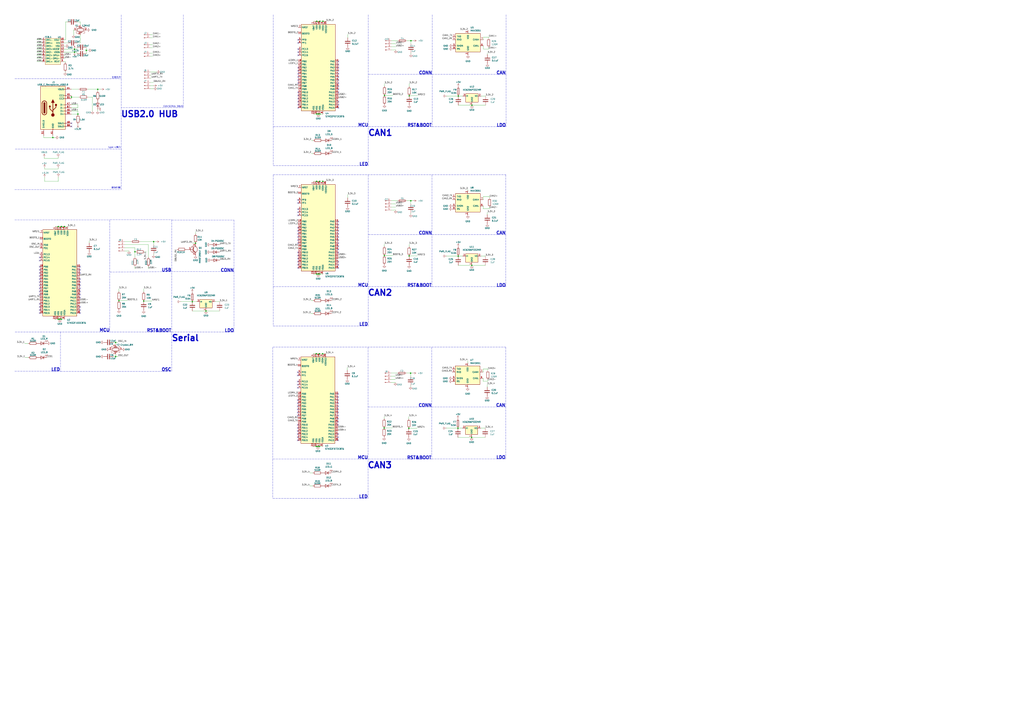
<source format=kicad_sch>
(kicad_sch (version 20211123) (generator eeschema)
  (paper "A1")
  (lib_symbols
    (symbol "Connector:Conn_01x02_Male" (pin_names (offset 1.016) hide)
      (property "Reference" "J" (at 0 2.54 0))
      (property "Value" "Conn_01x02_Male" (at 0 -5.08 0))
      (symbol "Conn_01x02_Male_1_1"
        (pin passive line (at 5.08 0 180) (length 3.81) (name "Pin_1") (number "1"))
        (pin passive line (at 5.08 -2.54 180) (length 3.81) (name "Pin_2") (number "2"))
      )
    )
    (symbol "Connector:Conn_01x03_Male" (pin_names (offset 1.016) hide)
      (property "Reference" "J" (at 0 5.08 0))
      (property "Value" "Conn_01x03_Male" (at 0 -5.08 0))
      (symbol "Conn_01x03_Male_1_1"
        (pin passive line (at 5.08 2.54 180) (length 3.81) (name "Pin_1") (number "1"))
        (pin passive line (at 5.08 0 180) (length 3.81) (name "Pin_2") (number "2"))
        (pin passive line (at 5.08 -2.54 180) (length 3.81) (name "Pin_3") (number "3"))
      )
    )
    (symbol "Connector:Conn_01x04_Male" (pin_names (offset 1.016) hide)
      (property "Reference" "J" (at 0 5.08 0))
      (property "Value" "Conn_01x04_Male" (at 0 -7.62 0))
      (symbol "Conn_01x04_Male_1_1"
        (pin passive line (at 5.08 2.54 180) (length 3.81) (name "Pin_1") (number "1"))
        (pin passive line (at 5.08 0 180) (length 3.81) (name "Pin_2") (number "2"))
        (pin passive line (at 5.08 -2.54 180) (length 3.81) (name "Pin_3") (number "3"))
        (pin passive line (at 5.08 -5.08 180) (length 3.81) (name "Pin_4") (number "4"))
      )
    )
    (symbol "Connector:USB_C_Receptacle_USB2.0" (pin_names (offset 1.016))
      (property "Reference" "J" (at -10.16 19.05 0))
      (property "Value" "USB_C_Receptacle_USB2.0" (at 19.05 19.05 0))
      (symbol "USB_C_Receptacle_USB2.0_1_1"
        (pin passive line (at 0 -22.86 90) (length 5.08) (name "GND") (number "A1"))
        (pin passive line (at 0 -22.86 90) (length 5.08) hide (name "GND") (number "A12"))
        (pin passive line (at 15.24 15.24 180) (length 5.08) (name "VBUS") (number "A4"))
        (pin bidirectional line (at 15.24 10.16 180) (length 5.08) (name "CC1") (number "A5"))
        (pin bidirectional line (at 15.24 -2.54 180) (length 5.08) (name "D+") (number "A6"))
        (pin bidirectional line (at 15.24 2.54 180) (length 5.08) (name "D-") (number "A7"))
        (pin bidirectional line (at 15.24 -12.7 180) (length 5.08) (name "SBU1") (number "A8"))
        (pin passive line (at 15.24 15.24 180) (length 5.08) hide (name "VBUS") (number "A9"))
        (pin passive line (at 0 -22.86 90) (length 5.08) hide (name "GND") (number "B1"))
        (pin passive line (at 0 -22.86 90) (length 5.08) hide (name "GND") (number "B12"))
        (pin passive line (at 15.24 15.24 180) (length 5.08) hide (name "VBUS") (number "B4"))
        (pin bidirectional line (at 15.24 7.62 180) (length 5.08) (name "CC2") (number "B5"))
        (pin bidirectional line (at 15.24 -5.08 180) (length 5.08) (name "D+") (number "B6"))
        (pin bidirectional line (at 15.24 0 180) (length 5.08) (name "D-") (number "B7"))
        (pin bidirectional line (at 15.24 -15.24 180) (length 5.08) (name "SBU2") (number "B8"))
        (pin passive line (at 15.24 15.24 180) (length 5.08) hide (name "VBUS") (number "B9"))
        (pin passive line (at -7.62 -22.86 90) (length 5.08) (name "SHIELD") (number "S1"))
      )
    )
    (symbol "Device:C" (pin_numbers hide) (pin_names (offset 0.254))
      (property "Reference" "C" (at 0.635 2.54 0))
      (property "Value" "C" (at 0.635 -2.54 0))
      (symbol "C_1_1"
        (pin passive line (at 0 3.81 270) (length 2.794) (name "~") (number "1"))
        (pin passive line (at 0 -3.81 90) (length 2.794) (name "~") (number "2"))
      )
    )
    (symbol "Device:Crystal_GND24" (pin_names (offset 1.016) hide)
      (property "Reference" "Y" (at 3.175 5.08 0))
      (property "Value" "Crystal_GND24" (at 3.175 3.175 0))
      (symbol "Crystal_GND24_1_1"
        (pin passive line (at -3.81 0 0) (length 1.27) (name "1") (number "1"))
        (pin passive line (at 0 5.08 270) (length 1.27) (name "2") (number "2"))
        (pin passive line (at 3.81 0 180) (length 1.27) (name "3") (number "3"))
        (pin passive line (at 0 -5.08 90) (length 1.27) (name "4") (number "4"))
      )
    )
    (symbol "Device:D" (pin_numbers hide) (pin_names (offset 1.016) hide)
      (property "Reference" "D" (at 0 2.54 0))
      (property "Value" "D" (at 0 -2.54 0))
      (symbol "D_1_1"
        (pin passive line (at -3.81 0 0) (length 2.54) (name "K") (number "1"))
        (pin passive line (at 3.81 0 180) (length 2.54) (name "A") (number "2"))
      )
    )
    (symbol "Device:Fuse" (pin_numbers hide) (pin_names (offset 0))
      (property "Reference" "F" (at 2.032 0 90))
      (property "Value" "Fuse" (at -1.905 0 90))
      (symbol "Fuse_1_1"
        (pin passive line (at 0 3.81 270) (length 1.27) (name "~") (number "1"))
        (pin passive line (at 0 -3.81 90) (length 1.27) (name "~") (number "2"))
      )
    )
    (symbol "Device:LED" (pin_numbers hide) (pin_names (offset 1.016) hide)
      (property "Reference" "D" (at 0 2.54 0))
      (property "Value" "LED" (at 0 -2.54 0))
      (symbol "LED_1_1"
        (pin passive line (at -3.81 0 0) (length 2.54) (name "K") (number "1"))
        (pin passive line (at 3.81 0 180) (length 2.54) (name "A") (number "2"))
      )
    )
    (symbol "Device:Q_NPN_BEC" (pin_names (offset 0) hide)
      (property "Reference" "Q" (at 5.08 1.27 0))
      (property "Value" "Q_NPN_BEC" (at 5.08 -1.27 0))
      (symbol "Q_NPN_BEC_1_1"
        (pin input line (at -5.08 0 0) (length 5.715) (name "B") (number "1"))
        (pin passive line (at 2.54 -5.08 90) (length 2.54) (name "E") (number "2"))
        (pin passive line (at 2.54 5.08 270) (length 2.54) (name "C") (number "3"))
      )
    )
    (symbol "Device:R" (pin_numbers hide) (pin_names (offset 0))
      (property "Reference" "R" (at 2.032 0 90))
      (property "Value" "R" (at 0 0 90))
      (symbol "R_1_1"
        (pin passive line (at 0 3.81 270) (length 1.27) (name "~") (number "1"))
        (pin passive line (at 0 -3.81 90) (length 1.27) (name "~") (number "2"))
      )
    )
    (symbol "FE8.1:FE8.1"
      (property "Reference" "U" (at 7.62 3.81 0))
      (property "Value" "FE8.1" (at -1.27 3.81 0))
      (symbol "FE8.1_1_1"
        (pin output line (at -6.35 1.27 0) (length 2.54) (name "DM4-") (number "1"))
        (pin input line (at 11.43 -13.97 180) (length 2.54) (name "DMU-") (number "10"))
        (pin input line (at 11.43 -11.43 180) (length 2.54) (name "DPU+") (number "11"))
        (pin power_in line (at 11.43 -8.89 180) (length 2.54) (name "VDD5") (number "12"))
        (pin power_in line (at 11.43 -6.35 180) (length 2.54) (name "VD33F") (number "13"))
        (pin power_out line (at 11.43 -3.81 180) (length 2.54) (name "VSS") (number "14"))
        (pin input line (at 11.43 -1.27 180) (length 2.54) (name "XIN") (number "15"))
        (pin output line (at 11.43 1.27 180) (length 2.54) (name "XOUT") (number "16"))
        (pin output line (at -6.35 -1.27 0) (length 2.54) (name "DM4+") (number "2"))
        (pin output line (at -6.35 -3.81 0) (length 2.54) (name "DM3-") (number "3"))
        (pin output line (at -6.35 -6.35 0) (length 2.54) (name "DM3+") (number "4"))
        (pin output line (at -6.35 -8.89 0) (length 2.54) (name "DM2-") (number "5"))
        (pin output line (at -6.35 -11.43 0) (length 2.54) (name "DM2+") (number "6"))
        (pin output line (at -6.35 -13.97 0) (length 2.54) (name "DM1-") (number "7"))
        (pin output line (at -6.35 -16.51 0) (length 2.54) (name "DM1+") (number "8"))
        (pin output line (at 11.43 -16.51 180) (length 2.54) (name "REXT") (number "9"))
      )
    )
    (symbol "Interface_UART:MAX3051" (pin_names (offset 1.016))
      (property "Reference" "U" (at -10.16 8.89 0))
      (property "Value" "MAX3051" (at 2.54 8.89 0))
      (symbol "MAX3051_1_1"
        (pin input line (at -12.7 5.08 0) (length 2.54) (name "TXD") (number "1"))
        (pin power_in line (at 0 -10.16 90) (length 2.54) (name "GND") (number "2"))
        (pin power_in line (at 0 10.16 270) (length 2.54) (name "VDD") (number "3"))
        (pin output line (at -12.7 2.54 0) (length 2.54) (name "RXD") (number "4"))
        (pin input line (at -12.7 -2.54 0) (length 2.54) (name "SHDN") (number "5"))
        (pin bidirectional line (at 12.7 -2.54 180) (length 2.54) (name "CANL") (number "6"))
        (pin bidirectional line (at 12.7 2.54 180) (length 2.54) (name "CANH") (number "7"))
        (pin input line (at -12.7 -5.08 0) (length 2.54) (name "RS") (number "8"))
      )
    )
    (symbol "MCU_ST_STM32F0:STM32F072C8Tx"
      (property "Reference" "U" (at -15.24 36.83 0))
      (property "Value" "STM32F072C8Tx" (at 7.62 36.83 0))
      (symbol "STM32F072C8Tx_1_1"
        (pin power_in line (at -5.08 38.1 270) (length 2.54) (name "VBAT") (number "1"))
        (pin bidirectional line (at 15.24 5.08 180) (length 2.54) (name "PA0") (number "10"))
        (pin bidirectional line (at 15.24 2.54 180) (length 2.54) (name "PA1") (number "11"))
        (pin bidirectional line (at 15.24 0 180) (length 2.54) (name "PA2") (number "12"))
        (pin bidirectional line (at 15.24 -2.54 180) (length 2.54) (name "PA3") (number "13"))
        (pin bidirectional line (at 15.24 -5.08 180) (length 2.54) (name "PA4") (number "14"))
        (pin bidirectional line (at 15.24 -7.62 180) (length 2.54) (name "PA5") (number "15"))
        (pin bidirectional line (at 15.24 -10.16 180) (length 2.54) (name "PA6") (number "16"))
        (pin bidirectional line (at 15.24 -12.7 180) (length 2.54) (name "PA7") (number "17"))
        (pin bidirectional line (at -17.78 5.08 0) (length 2.54) (name "PB0") (number "18"))
        (pin bidirectional line (at -17.78 2.54 0) (length 2.54) (name "PB1") (number "19"))
        (pin bidirectional line (at -17.78 15.24 0) (length 2.54) (name "PC13") (number "2"))
        (pin bidirectional line (at -17.78 0 0) (length 2.54) (name "PB2") (number "20"))
        (pin bidirectional line (at -17.78 -20.32 0) (length 2.54) (name "PB10") (number "21"))
        (pin bidirectional line (at -17.78 -22.86 0) (length 2.54) (name "PB11") (number "22"))
        (pin power_in line (at -5.08 -38.1 90) (length 2.54) (name "VSS") (number "23"))
        (pin power_in line (at -2.54 38.1 270) (length 2.54) (name "VDD") (number "24"))
        (pin bidirectional line (at -17.78 -25.4 0) (length 2.54) (name "PB12") (number "25"))
        (pin bidirectional line (at -17.78 -27.94 0) (length 2.54) (name "PB13") (number "26"))
        (pin bidirectional line (at -17.78 -30.48 0) (length 2.54) (name "PB14") (number "27"))
        (pin bidirectional line (at -17.78 -33.02 0) (length 2.54) (name "PB15") (number "28"))
        (pin bidirectional line (at 15.24 -15.24 180) (length 2.54) (name "PA8") (number "29"))
        (pin bidirectional line (at -17.78 12.7 0) (length 2.54) (name "PC14") (number "3"))
        (pin bidirectional line (at 15.24 -17.78 180) (length 2.54) (name "PA9") (number "30"))
        (pin bidirectional line (at 15.24 -20.32 180) (length 2.54) (name "PA10") (number "31"))
        (pin bidirectional line (at 15.24 -22.86 180) (length 2.54) (name "PA11") (number "32"))
        (pin bidirectional line (at 15.24 -25.4 180) (length 2.54) (name "PA12") (number "33"))
        (pin bidirectional line (at 15.24 -27.94 180) (length 2.54) (name "PA13") (number "34"))
        (pin power_in line (at -2.54 -38.1 90) (length 2.54) (name "VSS") (number "35"))
        (pin power_in line (at 5.08 38.1 270) (length 2.54) (name "VDDIO2") (number "36"))
        (pin bidirectional line (at 15.24 -30.48 180) (length 2.54) (name "PA14") (number "37"))
        (pin bidirectional line (at 15.24 -33.02 180) (length 2.54) (name "PA15") (number "38"))
        (pin bidirectional line (at -17.78 -2.54 0) (length 2.54) (name "PB3") (number "39"))
        (pin bidirectional line (at -17.78 10.16 0) (length 2.54) (name "PC15") (number "4"))
        (pin bidirectional line (at -17.78 -5.08 0) (length 2.54) (name "PB4") (number "40"))
        (pin bidirectional line (at -17.78 -7.62 0) (length 2.54) (name "PB5") (number "41"))
        (pin bidirectional line (at -17.78 -10.16 0) (length 2.54) (name "PB6") (number "42"))
        (pin bidirectional line (at -17.78 -12.7 0) (length 2.54) (name "PB7") (number "43"))
        (pin input line (at -17.78 27.94 0) (length 2.54) (name "BOOT0") (number "44"))
        (pin bidirectional line (at -17.78 -15.24 0) (length 2.54) (name "PB8") (number "45"))
        (pin bidirectional line (at -17.78 -17.78 0) (length 2.54) (name "PB9") (number "46"))
        (pin power_in line (at 0 -38.1 90) (length 2.54) (name "VSS") (number "47"))
        (pin power_in line (at 0 38.1 270) (length 2.54) (name "VDD") (number "48"))
        (pin input line (at -17.78 22.86 0) (length 2.54) (name "PF0") (number "5"))
        (pin input line (at -17.78 20.32 0) (length 2.54) (name "PF1") (number "6"))
        (pin input line (at -17.78 33.02 0) (length 2.54) (name "NRST") (number "7"))
        (pin power_in line (at 2.54 -38.1 90) (length 2.54) (name "VSSA") (number "8"))
        (pin power_in line (at 2.54 38.1 270) (length 2.54) (name "VDDA") (number "9"))
      )
    )
    (symbol "MCU_ST_STM32F1:STM32F103C8Tx"
      (property "Reference" "U" (at -15.24 36.83 0))
      (property "Value" "STM32F103C8Tx" (at 7.62 36.83 0))
      (symbol "STM32F103C8Tx_1_1"
        (pin power_in line (at -5.08 38.1 270) (length 2.54) (name "VBAT") (number "1"))
        (pin bidirectional line (at 15.24 5.08 180) (length 2.54) (name "PA0") (number "10"))
        (pin bidirectional line (at 15.24 2.54 180) (length 2.54) (name "PA1") (number "11"))
        (pin bidirectional line (at 15.24 0 180) (length 2.54) (name "PA2") (number "12"))
        (pin bidirectional line (at 15.24 -2.54 180) (length 2.54) (name "PA3") (number "13"))
        (pin bidirectional line (at 15.24 -5.08 180) (length 2.54) (name "PA4") (number "14"))
        (pin bidirectional line (at 15.24 -7.62 180) (length 2.54) (name "PA5") (number "15"))
        (pin bidirectional line (at 15.24 -10.16 180) (length 2.54) (name "PA6") (number "16"))
        (pin bidirectional line (at 15.24 -12.7 180) (length 2.54) (name "PA7") (number "17"))
        (pin bidirectional line (at -17.78 5.08 0) (length 2.54) (name "PB0") (number "18"))
        (pin bidirectional line (at -17.78 2.54 0) (length 2.54) (name "PB1") (number "19"))
        (pin bidirectional line (at -17.78 15.24 0) (length 2.54) (name "PC13") (number "2"))
        (pin bidirectional line (at -17.78 0 0) (length 2.54) (name "PB2") (number "20"))
        (pin bidirectional line (at -17.78 -20.32 0) (length 2.54) (name "PB10") (number "21"))
        (pin bidirectional line (at -17.78 -22.86 0) (length 2.54) (name "PB11") (number "22"))
        (pin power_in line (at -5.08 -38.1 90) (length 2.54) (name "VSS") (number "23"))
        (pin power_in line (at -2.54 38.1 270) (length 2.54) (name "VDD") (number "24"))
        (pin bidirectional line (at -17.78 -25.4 0) (length 2.54) (name "PB12") (number "25"))
        (pin bidirectional line (at -17.78 -27.94 0) (length 2.54) (name "PB13") (number "26"))
        (pin bidirectional line (at -17.78 -30.48 0) (length 2.54) (name "PB14") (number "27"))
        (pin bidirectional line (at -17.78 -33.02 0) (length 2.54) (name "PB15") (number "28"))
        (pin bidirectional line (at 15.24 -15.24 180) (length 2.54) (name "PA8") (number "29"))
        (pin bidirectional line (at -17.78 12.7 0) (length 2.54) (name "PC14") (number "3"))
        (pin bidirectional line (at 15.24 -17.78 180) (length 2.54) (name "PA9") (number "30"))
        (pin bidirectional line (at 15.24 -20.32 180) (length 2.54) (name "PA10") (number "31"))
        (pin bidirectional line (at 15.24 -22.86 180) (length 2.54) (name "PA11") (number "32"))
        (pin bidirectional line (at 15.24 -25.4 180) (length 2.54) (name "PA12") (number "33"))
        (pin bidirectional line (at 15.24 -27.94 180) (length 2.54) (name "PA13") (number "34"))
        (pin power_in line (at -2.54 -38.1 90) (length 2.54) (name "VSS") (number "35"))
        (pin power_in line (at 0 38.1 270) (length 2.54) (name "VDD") (number "36"))
        (pin bidirectional line (at 15.24 -30.48 180) (length 2.54) (name "PA14") (number "37"))
        (pin bidirectional line (at 15.24 -33.02 180) (length 2.54) (name "PA15") (number "38"))
        (pin bidirectional line (at -17.78 -2.54 0) (length 2.54) (name "PB3") (number "39"))
        (pin bidirectional line (at -17.78 10.16 0) (length 2.54) (name "PC15") (number "4"))
        (pin bidirectional line (at -17.78 -5.08 0) (length 2.54) (name "PB4") (number "40"))
        (pin bidirectional line (at -17.78 -7.62 0) (length 2.54) (name "PB5") (number "41"))
        (pin bidirectional line (at -17.78 -10.16 0) (length 2.54) (name "PB6") (number "42"))
        (pin bidirectional line (at -17.78 -12.7 0) (length 2.54) (name "PB7") (number "43"))
        (pin input line (at -17.78 27.94 0) (length 2.54) (name "BOOT0") (number "44"))
        (pin bidirectional line (at -17.78 -15.24 0) (length 2.54) (name "PB8") (number "45"))
        (pin bidirectional line (at -17.78 -17.78 0) (length 2.54) (name "PB9") (number "46"))
        (pin power_in line (at 0 -38.1 90) (length 2.54) (name "VSS") (number "47"))
        (pin power_in line (at 2.54 38.1 270) (length 2.54) (name "VDD") (number "48"))
        (pin input line (at -17.78 22.86 0) (length 2.54) (name "PD0") (number "5"))
        (pin input line (at -17.78 20.32 0) (length 2.54) (name "PD1") (number "6"))
        (pin input line (at -17.78 33.02 0) (length 2.54) (name "NRST") (number "7"))
        (pin power_in line (at 2.54 -38.1 90) (length 2.54) (name "VSSA") (number "8"))
        (pin power_in line (at 5.08 38.1 270) (length 2.54) (name "VDDA") (number "9"))
      )
    )
    (symbol "Regulator_Linear:XC6206PxxxMR" (pin_names (offset 0.254))
      (property "Reference" "U" (at -3.81 3.175 0))
      (property "Value" "XC6206PxxxMR" (at 0 3.175 0))
      (symbol "XC6206PxxxMR_1_1"
        (pin power_in line (at 0 -7.62 90) (length 2.54) (name "GND") (number "1"))
        (pin power_out line (at 7.62 0 180) (length 2.54) (name "VO") (number "2"))
        (pin power_in line (at -7.62 0 0) (length 2.54) (name "VI") (number "3"))
      )
    )
    (symbol "power:+3.3V" (power) (pin_names (offset 0))
      (property "Value" "+3.3V" (at 0 3.556 0))
      (symbol "+3.3V_1_1"
        (pin power_in line (at 0 0 90) (length 0) hide (name "+3.3V") (number "1"))
      )
    )
    (symbol "power:+5V" (power) (pin_names (offset 0))
      (property "Value" "+5V" (at 0 3.556 0))
      (symbol "+5V_1_1"
        (pin power_in line (at 0 0 90) (length 0) hide (name "+5V") (number "1"))
      )
    )
    (symbol "power:GND" (power) (pin_names (offset 0))
      (property "Value" "GND" (at 0 -3.81 0))
      (symbol "GND_1_1"
        (pin power_in line (at 0 0 270) (length 0) hide (name "GND") (number "1"))
      )
    )
    (symbol "power:PWR_FLAG" (power) (pin_numbers hide) (pin_names (offset 0) hide)
      (property "Value" "PWR_FLAG" (at 0 3.81 0))
      (symbol "PWR_FLAG_0_0"
        (pin power_out line (at 0 0 90) (length 0) (name "pwr") (number "1"))
      )
    )
    (symbol "power:VBUS" (power) (pin_names (offset 0))
      (property "Value" "VBUS" (at 0 3.81 0))
      (symbol "VBUS_1_1"
        (pin power_in line (at 0 0 90) (length 0) hide (name "VBUS") (number "1"))
      )
    )
  )
  (junction (at 80.264 73.406))
  (junction (at 335.9912 210.2612))
  (junction (at 47.9044 186.182))
  (junction (at 260.0452 149.0472))
  (junction (at 261.4168 93.6752))
  (junction (at 315.6712 210.0072))
  (junction (at 169.164 255.5748))
  (junction (at 118.0084 247.396))
  (junction (at 262.382 290.7284))
  (junction (at 126.1872 198.5772))
  (junction (at 315.7728 78.4352))
  (junction (at 376.3264 210.4644))
  (junction (at 262.6868 17.4752))
  (junction (at 50.4444 262.382))
  (junction (at 387.5024 218.0844))
  (junction (at 337.2104 306.6796))
  (junction (at 50.4444 186.182))
  (junction (at 157.988 247.9548))
  (junction (at 94.9452 293.0652))
  (junction (at 387.2992 359.5116))
  (junction (at 262.5852 225.2472))
  (junction (at 259.842 366.9284))
  (junction (at 47.9044 262.382))
  (junction (at 337.5152 33.4264))
  (junction (at 160.5788 199.898))
  (junction (at 264.922 290.7284))
  (junction (at 262.382 366.9284))
  (junction (at 49.1744 262.382))
  (junction (at 97.6884 247.142))
  (junction (at 259.842 290.7284))
  (junction (at 43.434 113.03))
  (junction (at 262.5852 149.0472))
  (junction (at 262.6868 93.6752))
  (junction (at 110.8456 206.9084))
  (junction (at 337.4136 164.9984))
  (junction (at 261.112 366.9284))
  (junction (at 260.0452 225.2472))
  (junction (at 261.3152 225.2472))
  (junction (at 61.214 40.386))
  (junction (at 94.9452 281.3812))
  (junction (at 52.9844 186.182))
  (junction (at 58.674 79.756))
  (junction (at 70.866 41.402))
  (junction (at 265.2268 17.4752))
  (junction (at 335.788 351.9424))
  (junction (at 387.604 86.5124))
  (junction (at 260.1468 93.6752))
  (junction (at 336.0928 78.6892))
  (junction (at 376.428 78.8924))
  (junction (at 64.008 93.726))
  (junction (at 265.1252 149.0472))
  (junction (at 61.214 42.926))
  (junction (at 260.1468 17.4752))
  (junction (at 315.468 351.6884))
  (junction (at 376.1232 351.8916))
  (no_connect (at 277.9268 50.4952))
  (no_connect (at 277.8252 192.2272))
  (no_connect (at 277.8252 182.0672))
  (no_connect (at 244.8052 174.4472))
  (no_connect (at 32.6644 226.822))
  (no_connect (at 277.8252 189.6872))
  (no_connect (at 244.8052 194.7672))
  (no_connect (at 244.9068 58.1152))
  (no_connect (at 244.8052 220.1672))
  (no_connect (at 32.6644 234.442))
  (no_connect (at 244.602 359.3084))
  (no_connect (at 244.602 308.5084))
  (no_connect (at 244.9068 60.6552))
  (no_connect (at 65.6844 239.522))
  (no_connect (at 277.622 349.1484))
  (no_connect (at 277.622 333.9084))
  (no_connect (at 244.9068 88.5952))
  (no_connect (at 244.602 354.2284))
  (no_connect (at 32.6644 239.522))
  (no_connect (at 277.8252 220.1672))
  (no_connect (at 277.8252 215.0872))
  (no_connect (at 244.8052 212.5472))
  (no_connect (at 244.8052 207.4672))
  (no_connect (at 277.9268 63.1952))
  (no_connect (at 244.602 331.3684))
  (no_connect (at 277.9268 68.2752))
  (no_connect (at 277.8252 187.1472))
  (no_connect (at 65.6844 252.222))
  (no_connect (at 244.602 333.9084))
  (no_connect (at 244.9068 86.0552))
  (no_connect (at 32.6644 231.902))
  (no_connect (at 277.622 346.6084))
  (no_connect (at 65.6844 236.982))
  (no_connect (at 65.6844 231.902))
  (no_connect (at 244.8052 192.2272))
  (no_connect (at 32.6644 211.582))
  (no_connect (at 32.6644 252.222))
  (no_connect (at 277.622 328.8284))
  (no_connect (at 32.6644 219.202))
  (no_connect (at 32.6644 214.122))
  (no_connect (at 32.6644 242.062))
  (no_connect (at 32.6644 236.982))
  (no_connect (at 65.6844 234.442))
  (no_connect (at 244.9068 35.2552))
  (no_connect (at 277.622 341.5284))
  (no_connect (at 277.8252 184.6072))
  (no_connect (at 244.602 351.6884))
  (no_connect (at 244.9068 45.4152))
  (no_connect (at 244.8052 164.2872))
  (no_connect (at 244.8052 210.0072))
  (no_connect (at 277.622 359.3084))
  (no_connect (at 277.8252 207.4672))
  (no_connect (at 277.9268 70.8152))
  (no_connect (at 277.9268 53.0352))
  (no_connect (at 277.9268 65.7352))
  (no_connect (at 244.8052 217.6272))
  (no_connect (at 244.602 349.1484))
  (no_connect (at 244.8052 189.6872))
  (no_connect (at 65.6844 257.302))
  (no_connect (at 244.9068 63.1952))
  (no_connect (at 32.6644 224.282))
  (no_connect (at 65.6844 224.282))
  (no_connect (at 244.602 341.5284))
  (no_connect (at 277.8252 194.7672))
  (no_connect (at 32.6644 229.362))
  (no_connect (at 244.602 338.9884))
  (no_connect (at 277.9268 83.5152))
  (no_connect (at 65.6844 221.742))
  (no_connect (at 32.6644 221.742))
  (no_connect (at 58.674 101.346))
  (no_connect (at 244.602 305.9684))
  (no_connect (at 277.622 326.2884))
  (no_connect (at 244.9068 40.3352))
  (no_connect (at 277.622 344.0684))
  (no_connect (at 277.622 336.4484))
  (no_connect (at 277.622 338.9884))
  (no_connect (at 277.9268 58.1152))
  (no_connect (at 277.9268 86.0552))
  (no_connect (at 244.602 336.4484))
  (no_connect (at 277.622 323.7484))
  (no_connect (at 65.6844 242.062))
  (no_connect (at 277.8252 199.8472))
  (no_connect (at 244.8052 215.0872))
  (no_connect (at 277.8252 204.9272))
  (no_connect (at 277.9268 75.8952))
  (no_connect (at 244.9068 42.8752))
  (no_connect (at 277.8252 197.3072))
  (no_connect (at 32.6644 254.762))
  (no_connect (at 65.6844 244.602))
  (no_connect (at 277.8252 217.6272))
  (no_connect (at 277.9268 88.5952))
  (no_connect (at 244.9068 75.8952))
  (no_connect (at 65.6844 219.202))
  (no_connect (at 244.602 361.8484))
  (no_connect (at 244.8052 187.1472))
  (no_connect (at 244.8052 176.9872))
  (no_connect (at 244.8052 197.3072))
  (no_connect (at 277.9268 55.5752))
  (no_connect (at 277.8252 202.3872))
  (no_connect (at 244.9068 65.7352))
  (no_connect (at 244.8052 171.9072))
  (no_connect (at 32.6644 249.682))
  (no_connect (at 244.9068 78.4352))
  (no_connect (at 244.9068 83.5152))
  (no_connect (at 65.6844 229.362))
  (no_connect (at 244.9068 68.2752))
  (no_connect (at 65.6844 254.762))
  (no_connect (at 277.9268 60.6552))
  (no_connect (at 277.622 356.7684))
  (no_connect (at 277.622 331.3684))
  (no_connect (at 244.602 316.1284))
  (no_connect (at 244.9068 80.9752))
  (no_connect (at 244.602 313.5884))
  (no_connect (at 244.9068 55.5752))
  (no_connect (at 244.602 318.6684))
  (no_connect (at 244.9068 32.7152))
  (no_connect (at 244.602 328.8284))
  (no_connect (at 244.8052 199.8472))
  (no_connect (at 244.8052 166.8272))
  (no_connect (at 277.9268 73.3552))
  (no_connect (at 277.622 361.8484))
  (no_connect (at 32.6644 257.302))
  (no_connect (at 58.674 103.886))
  (no_connect (at 244.602 356.7684))
  (wire (pts (xy 123.3424 43.7896) (xy 125.3744 43.7896)))
  (polyline (pts (xy 224.3328 143.7132) (xy 224.3328 235.6612)))
  (wire (pts (xy 72.136 73.406) (xy 80.264 73.406)))
  (wire (pts (xy 20.2692 282.194) (xy 23.2664 282.194)))
  (wire (pts (xy 111.3028 206.9592) (xy 110.8456 206.9084)))
  (wire (pts (xy 30.226 37.846) (xy 34.544 37.846)))
  (polyline (pts (xy 302.5648 12.1412) (xy 302.5648 104.0892)))
  (wire (pts (xy 366.4712 351.8916) (xy 376.1232 351.8916)))
  (wire (pts (xy 387.2992 359.5116) (xy 398.4752 359.5116)))
  (polyline (pts (xy 192.1764 180.7464) (xy 192.1764 223.3168)))
  (wire (pts (xy 110.8456 203.6572) (xy 102.4128 203.6572)))
  (polyline (pts (xy 354.584 377.0884) (xy 415.29 377.0884)))
  (polyline (pts (xy 12.3444 272.796) (xy 90.5764 272.796)))
  (wire (pts (xy 45.3644 262.382) (xy 47.9044 262.382)))
  (polyline (pts (xy 224.1296 377.2916) (xy 224.1296 409.4988)))
  (wire (pts (xy 121.92 201.1172) (xy 121.92 211.4296)))
  (wire (pts (xy 334.2132 33.4264) (xy 337.5152 33.4264)))
  (wire (pts (xy 75.946 79.756) (xy 75.946 91.186)))
  (polyline (pts (xy 354.584 334.4164) (xy 415.29 334.4164)))
  (wire (pts (xy 285.5468 28.2448) (xy 285.5468 30.9372)))
  (wire (pts (xy 285.4452 160.0708) (xy 285.496 160.0708)))
  (wire (pts (xy 66.04 20.828) (xy 66.04 18.034)))
  (wire (pts (xy 321.5132 41.0464) (xy 325.0692 41.0464)))
  (wire (pts (xy 58.674 79.756) (xy 64.77 79.756)))
  (polyline (pts (xy 302.4632 143.7132) (xy 302.4632 235.6612)))
  (polyline (pts (xy 141.0716 180.7464) (xy 192.1764 180.7464)))
  (polyline (pts (xy 224.3328 267.8176) (xy 302.4632 267.8176)))
  (wire (pts (xy 396.748 305.816) (xy 396.748 303.3776)))
  (wire (pts (xy 110.8456 206.9084) (xy 110.8456 203.6572)))
  (wire (pts (xy 52.324 35.306) (xy 55.88 35.306)))
  (wire (pts (xy 110.8456 218.9988) (xy 110.8456 220.9292)))
  (polyline (pts (xy 415.4932 143.6624) (xy 415.4932 192.7352)))
  (wire (pts (xy 395.1224 210.4644) (xy 398.6784 210.4644)))
  (polyline (pts (xy 224.1296 409.4988) (xy 302.26 409.4988)))
  (wire (pts (xy 60.452 24.638) (xy 60.96 24.638)))
  (polyline (pts (xy 12.446 122.428) (xy 99.568 122.428)))
  (polyline (pts (xy 415.29 285.3436) (xy 415.29 285.496)))
  (wire (pts (xy 257.302 290.7284) (xy 259.842 290.7284)))
  (wire (pts (xy 396.9512 169.2148) (xy 396.9512 171.6024)))
  (wire (pts (xy 94.9452 281.3812) (xy 96.9772 281.3812)))
  (wire (pts (xy 123.4948 72.8472) (xy 126.0348 72.8472)))
  (wire (pts (xy 337.5152 33.4264) (xy 337.5152 35.9664)))
  (wire (pts (xy 376.428 78.8924) (xy 379.984 78.8924)))
  (wire (pts (xy 52.324 48.006) (xy 53.594 48.006)))
  (wire (pts (xy 254.3048 399.3388) (xy 256.8956 399.3388)))
  (wire (pts (xy 285.242 302.1076) (xy 285.242 304.1904)))
  (wire (pts (xy 400.6088 303.3776) (xy 400.6088 304.4444)))
  (wire (pts (xy 97.6884 247.142) (xy 104.5464 247.142)))
  (wire (pts (xy 61.214 42.926) (xy 63.246 42.926)))
  (wire (pts (xy 384.2512 155.7528) (xy 384.2512 156.5148)))
  (wire (pts (xy 376.1232 351.8916) (xy 379.6792 351.8916)))
  (wire (pts (xy 387.5024 218.0844) (xy 398.6784 218.0844)))
  (wire (pts (xy 53.848 18.034) (xy 55.626 18.034)))
  (wire (pts (xy 337.4136 164.9984) (xy 337.4136 167.5384)))
  (polyline (pts (xy 224.4852 235.6612) (xy 302.7172 235.6612)))
  (polyline (pts (xy 192.1764 272.796) (xy 192.1764 266.2936)))
  (wire (pts (xy 102.4128 198.5772) (xy 107.4928 198.5772)))
  (wire (pts (xy 169.164 255.5748) (xy 180.34 255.5748)))
  (wire (pts (xy 257.5052 149.0472) (xy 260.0452 149.0472)))
  (polyline (pts (xy 354.7872 143.7132) (xy 354.7872 235.6612)))
  (wire (pts (xy 315.7728 78.4352) (xy 322.6308 78.4352)))
  (wire (pts (xy 30.226 35.306) (xy 34.544 35.306)))
  (polyline (pts (xy 354.7872 192.7352) (xy 415.4932 192.7352)))
  (wire (pts (xy 376.1232 359.5116) (xy 387.2992 359.5116)))
  (polyline (pts (xy 224.5868 104.0892) (xy 302.8188 104.0892)))
  (wire (pts (xy 36.576 145.6436) (xy 36.576 149.0472)))
  (polyline (pts (xy 99.568 122.174) (xy 99.568 155.702)))
  (wire (pts (xy 70.866 41.402) (xy 72.39 41.402)))
  (wire (pts (xy 337.4136 175.9204) (xy 337.4136 175.1584)))
  (wire (pts (xy 315.468 342.4428) (xy 315.468 344.0684)))
  (wire (pts (xy 118.0084 237.3376) (xy 118.0084 239.776)))
  (wire (pts (xy 123.3424 39.2176) (xy 125.3744 39.2176)))
  (wire (pts (xy 337.5152 33.4264) (xy 339.2932 33.4264)))
  (wire (pts (xy 58.674 79.756) (xy 58.674 81.026)))
  (polyline (pts (xy 302.4632 267.8176) (xy 302.4632 235.5596)))
  (wire (pts (xy 387.604 86.5124) (xy 398.78 86.5124)))
  (wire (pts (xy 43.434 113.03) (xy 43.434 111.506)))
  (wire (pts (xy 400.3548 43.7388) (xy 400.3548 44.7548)))
  (wire (pts (xy 126.1872 198.5772) (xy 126.1872 201.1172)))
  (wire (pts (xy 63.5 35.306) (xy 66.04 35.306)))
  (wire (pts (xy 45.466 113.03) (xy 43.434 113.03)))
  (wire (pts (xy 80.264 82.55) (xy 80.264 82.296)))
  (wire (pts (xy 265.2268 17.4752) (xy 267.7668 17.4752)))
  (wire (pts (xy 123.3424 46.3296) (xy 125.3744 46.3296)))
  (polyline (pts (xy 415.4932 143.6624) (xy 415.4932 143.8148)))
  (wire (pts (xy 30.226 40.386) (xy 34.544 40.386)))
  (polyline (pts (xy 354.7872 235.6612) (xy 415.4932 235.6612)))
  (wire (pts (xy 321.2084 311.7596) (xy 324.7644 311.7596)))
  (wire (pts (xy 257.6068 93.6752) (xy 260.1468 93.6752)))
  (wire (pts (xy 50.4444 262.382) (xy 52.9844 262.382)))
  (wire (pts (xy 94.9452 293.0652) (xy 92.9132 293.0652)))
  (polyline (pts (xy 49.6824 305.1556) (xy 141.0716 305.1556)))
  (polyline (pts (xy 302.514 192.7352) (xy 354.7872 192.7352)))
  (polyline (pts (xy 302.5648 136.2456) (xy 302.5648 103.9876)))
  (polyline (pts (xy 12.0904 180.6956) (xy 90.3224 180.6956)))
  (wire (pts (xy 376.3264 218.0844) (xy 387.5024 218.0844)))
  (wire (pts (xy 64.008 86.106) (xy 64.008 88.646)))
  (wire (pts (xy 35.814 113.03) (xy 35.814 111.506)))
  (polyline (pts (xy 141.0716 272.796) (xy 90.4748 272.796)))
  (wire (pts (xy 64.008 91.186) (xy 64.008 93.726)))
  (wire (pts (xy 70.866 41.402) (xy 70.866 44.196)))
  (wire (pts (xy 102.4128 201.1172) (xy 121.92 201.1172)))
  (wire (pts (xy 400.05 316.0776) (xy 400.05 318.008)))
  (polyline (pts (xy 99.568 12.192) (xy 99.568 64.77)))
  (wire (pts (xy 30.226 48.006) (xy 34.544 48.006)))
  (wire (pts (xy 260.0452 225.2472) (xy 261.3152 225.2472)))
  (wire (pts (xy 30.226 42.926) (xy 34.544 42.926)))
  (wire (pts (xy 396.9512 171.6024) (xy 402.0312 171.6024)))
  (wire (pts (xy 58.674 78.486) (xy 58.674 79.756)))
  (wire (pts (xy 53.594 50.546) (xy 53.594 51.308)))
  (polyline (pts (xy 415.5948 12.0904) (xy 415.5948 61.1632)))
  (wire (pts (xy 257.6068 17.4752) (xy 260.1468 17.4752)))
  (wire (pts (xy 254.3556 388.6708) (xy 256.8956 388.6708)))
  (polyline (pts (xy 415.5948 104.0892) (xy 415.5948 61.1632)))
  (wire (pts (xy 72.39 79.756) (xy 75.946 79.756)))
  (wire (pts (xy 321.2084 306.6796) (xy 326.2884 306.6796)))
  (wire (pts (xy 123.3424 28.5496) (xy 125.3744 28.5496)))
  (polyline (pts (xy 12.0904 155.702) (xy 99.0092 155.702)))
  (polyline (pts (xy 49.6824 272.796) (xy 49.6824 305.054)))
  (wire (pts (xy 53.848 32.766) (xy 52.324 32.766)))
  (polyline (pts (xy 224.4344 136.2456) (xy 302.5648 136.2456)))
  (wire (pts (xy 115.1128 198.5772) (xy 126.1872 198.5772)))
  (wire (pts (xy 402.0312 161.5948) (xy 402.0312 162.6616)))
  (wire (pts (xy 36.322 130.2004) (xy 47.752 130.2004)))
  (polyline (pts (xy 354.8888 61.1632) (xy 415.5948 61.1632)))
  (wire (pts (xy 401.32 30.5308) (xy 401.32 31.3944)))
  (wire (pts (xy 396.748 310.896) (xy 396.748 313.3344)))
  (wire (pts (xy 148.336 247.9548) (xy 157.988 247.9548)))
  (wire (pts (xy 47.752 138.8364) (xy 47.752 137.8204)))
  (wire (pts (xy 259.842 366.9284) (xy 261.112 366.9284)))
  (wire (pts (xy 36.576 149.0472) (xy 47.9552 149.0472)))
  (wire (pts (xy 262.382 290.7284) (xy 264.922 290.7284)))
  (polyline (pts (xy 354.8888 12.1412) (xy 354.8888 104.0892)))
  (polyline (pts (xy 141.0716 272.796) (xy 192.1764 272.796)))
  (wire (pts (xy 47.9044 186.182) (xy 50.4444 186.182)))
  (wire (pts (xy 36.576 138.8364) (xy 47.752 138.8364)))
  (wire (pts (xy 80.264 89.916) (xy 80.264 91.186)))
  (wire (pts (xy 80.264 74.93) (xy 80.264 73.406)))
  (wire (pts (xy 333.9084 306.6796) (xy 337.2104 306.6796)))
  (wire (pts (xy 401.32 40.2844) (xy 401.32 39.0144)))
  (wire (pts (xy 176.784 247.9548) (xy 180.34 247.9548)))
  (wire (pts (xy 157.988 255.5748) (xy 169.164 255.5748)))
  (polyline (pts (xy 224.1296 285.3436) (xy 415.29 285.3436)))
  (wire (pts (xy 30.226 45.466) (xy 34.544 45.466)))
  (wire (pts (xy 64.008 88.646) (xy 58.674 88.646)))
  (wire (pts (xy 336.0928 68.7832) (xy 336.0928 71.0692)))
  (wire (pts (xy 337.2104 306.6796) (xy 337.2104 309.2196)))
  (wire (pts (xy 366.6744 210.4644) (xy 376.3264 210.4644)))
  (wire (pts (xy 64.008 86.106) (xy 58.674 86.106)))
  (polyline (pts (xy 302.4632 235.6612) (xy 302.4632 235.712)))
  (wire (pts (xy 52.9844 186.182) (xy 55.5244 186.182)))
  (wire (pts (xy 315.6712 200.7108) (xy 315.6712 202.3872)))
  (polyline (pts (xy 12.192 64.77) (xy 99.568 64.77)))
  (wire (pts (xy 123.4948 64.2112) (xy 124.2568 64.2112)))
  (wire (pts (xy 64.008 93.726) (xy 64.008 94.234)))
  (wire (pts (xy 47.9552 149.0472) (xy 47.9552 145.3896)))
  (wire (pts (xy 60.452 24.638) (xy 60.452 28.702)))
  (wire (pts (xy 321.5132 38.5064) (xy 325.0692 38.5064)))
  (wire (pts (xy 66.04 35.306) (xy 66.04 28.448)))
  (wire (pts (xy 262.6868 17.4752) (xy 265.2268 17.4752)))
  (polyline (pts (xy 192.1764 223.3168) (xy 141.1224 223.3168)))
  (wire (pts (xy 264.922 290.7284) (xy 267.462 290.7284)))
  (polyline (pts (xy 192.1764 266.2428) (xy 192.1764 223.3168)))
  (polyline (pts (xy 302.26 377.3424) (xy 302.26 377.3932)))
  (wire (pts (xy 402.0312 170.2816) (xy 402.0312 171.6024)))
  (wire (pts (xy 118.0084 247.396) (xy 124.8664 247.396)))
  (wire (pts (xy 30.226 50.546) (xy 34.544 50.546)))
  (wire (pts (xy 35.814 113.03) (xy 43.434 113.03)))
  (polyline (pts (xy 302.26 409.4988) (xy 302.26 377.2408)))
  (wire (pts (xy 52.324 40.386) (xy 61.214 40.386)))
  (wire (pts (xy 262.5852 149.0472) (xy 265.1252 149.0472)))
  (wire (pts (xy 321.4116 167.5384) (xy 324.9676 167.5384)))
  (wire (pts (xy 45.3644 186.182) (xy 47.9044 186.182)))
  (wire (pts (xy 396.9512 161.5948) (xy 402.0312 161.5948)))
  (polyline (pts (xy 415.29 285.3436) (xy 415.29 334.4164)))
  (polyline (pts (xy 150.6728 88.5444) (xy 99.6188 88.5444)))
  (wire (pts (xy 335.9912 200.8124) (xy 335.9912 202.6412)))
  (wire (pts (xy 123.4948 70.3072) (xy 126.0348 70.3072)))
  (polyline (pts (xy 354.584 285.3944) (xy 354.584 377.3424)))
  (polyline (pts (xy 141.0716 305.1556) (xy 141.0716 272.796)))
  (wire (pts (xy 20.5232 293.878) (xy 23.2664 293.878)))
  (wire (pts (xy 92.9132 281.3812) (xy 94.9452 281.3812)))
  (polyline (pts (xy 90.2716 223.4692) (xy 141.0208 223.3168)))
  (wire (pts (xy 336.0928 78.6892) (xy 342.9508 78.6892)))
  (polyline (pts (xy 224.3328 143.6624) (xy 415.4932 143.6624)))
  (polyline (pts (xy 415.4932 235.6612) (xy 415.4932 192.7352)))
  (wire (pts (xy 36.576 138.8364) (xy 36.576 137.8204)))
  (wire (pts (xy 261.4168 93.6752) (xy 262.6868 93.6752)))
  (wire (pts (xy 335.788 351.9424) (xy 342.646 351.9424)))
  (polyline (pts (xy 354.8888 104.0892) (xy 415.5948 104.0892)))
  (wire (pts (xy 63.246 42.926) (xy 63.246 44.196)))
  (wire (pts (xy 123.4948 61.6712) (xy 124.2568 61.6712)))
  (wire (pts (xy 70.866 38.862) (xy 70.866 41.402)))
  (wire (pts (xy 261.112 366.9284) (xy 262.382 366.9284)))
  (wire (pts (xy 337.5152 44.3484) (xy 337.5152 43.5864)))
  (wire (pts (xy 126.1872 209.4992) (xy 126.1872 208.7372)))
  (wire (pts (xy 158.0388 199.898) (xy 160.5788 199.898)))
  (wire (pts (xy 397.0528 32.5628) (xy 397.0528 30.5308)))
  (wire (pts (xy 321.5132 35.9664) (xy 325.0692 35.9664)))
  (polyline (pts (xy 90.3732 180.6448) (xy 141.0716 180.6448)))
  (polyline (pts (xy 90.17 180.9496) (xy 90.17 272.8976)))
  (polyline (pts (xy 224.4344 12.1412) (xy 224.4344 104.0892)))
  (wire (pts (xy 110.8456 211.3788) (xy 110.8456 206.9084)))
  (wire (pts (xy 397.0528 30.5308) (xy 401.32 30.5308)))
  (wire (pts (xy 321.4116 172.6184) (xy 324.9676 172.6184)))
  (wire (pts (xy 260.1468 93.6752) (xy 261.4168 93.6752)))
  (wire (pts (xy 64.008 102.108) (xy 64.008 101.854)))
  (wire (pts (xy 335.788 342.4428) (xy 335.788 344.3224)))
  (wire (pts (xy 47.752 130.2004) (xy 47.752 129.1844)))
  (polyline (pts (xy 354.584 377.3424) (xy 302.26 377.3424)))
  (wire (pts (xy 58.674 73.406) (xy 64.516 73.406)))
  (wire (pts (xy 61.214 40.386) (xy 63.246 40.386)))
  (wire (pts (xy 396.748 313.3344) (xy 400.6088 313.3344)))
  (wire (pts (xy 47.9044 262.382) (xy 49.1744 262.382)))
  (wire (pts (xy 73.3044 198.0184) (xy 73.3044 199.644)))
  (wire (pts (xy 397.0528 37.6428) (xy 397.0528 40.2844)))
  (wire (pts (xy 366.776 78.8924) (xy 376.428 78.8924)))
  (wire (pts (xy 94.9452 293.0652) (xy 96.9772 293.0652)))
  (wire (pts (xy 94.9452 291.0332) (xy 94.9452 293.0652)))
  (wire (pts (xy 321.5132 33.4264) (xy 326.5932 33.4264)))
  (wire (pts (xy 102.4128 206.1972) (xy 105.9688 206.1972)))
  (wire (pts (xy 257.2004 115.4176) (xy 255.7272 115.4176)))
  (wire (pts (xy 315.468 351.6884) (xy 322.326 351.6884)))
  (wire (pts (xy 260.0452 149.0472) (xy 262.5852 149.0472)))
  (wire (pts (xy 126.1872 198.5772) (xy 127.9652 198.5772)))
  (wire (pts (xy 157.988 247.9548) (xy 161.544 247.9548)))
  (wire (pts (xy 49.1744 262.382) (xy 50.4444 262.382)))
  (wire (pts (xy 384.048 296.4688) (xy 384.048 298.196)))
  (wire (pts (xy 58.674 91.186) (xy 64.008 91.186)))
  (polyline (pts (xy 354.8888 104.0892) (xy 302.5648 104.0892)))
  (wire (pts (xy 337.2104 317.6016) (xy 337.2104 316.8396)))
  (wire (pts (xy 262.382 366.9284) (xy 264.922 366.9284)))
  (wire (pts (xy 52.324 37.846) (xy 53.594 37.846)))
  (wire (pts (xy 394.9192 351.8916) (xy 398.4752 351.8916)))
  (wire (pts (xy 121.92 219.0496) (xy 121.92 220.9292)))
  (wire (pts (xy 94.9452 281.3812) (xy 94.9452 283.4132)))
  (wire (pts (xy 376.428 86.5124) (xy 387.604 86.5124)))
  (wire (pts (xy 321.2084 314.2996) (xy 324.7644 314.2996)))
  (wire (pts (xy 395.224 78.8924) (xy 398.78 78.8924)))
  (wire (pts (xy 160.5788 190.5) (xy 160.5788 192.278)))
  (polyline (pts (xy 224.1296 285.3944) (xy 224.1296 377.3424)))
  (wire (pts (xy 262.6868 93.6752) (xy 265.2268 93.6752)))
  (wire (pts (xy 97.6884 237.3376) (xy 97.6884 239.522)))
  (wire (pts (xy 53.848 18.034) (xy 53.848 32.766)))
  (wire (pts (xy 397.0528 40.2844) (xy 401.32 40.2844)))
  (wire (pts (xy 285.4452 162.5092) (xy 285.4452 160.0708)))
  (wire (pts (xy 261.3152 225.2472) (xy 262.5852 225.2472)))
  (wire (pts (xy 257.302 366.9284) (xy 259.842 366.9284)))
  (wire (pts (xy 315.6712 210.0072) (xy 322.5292 210.0072)))
  (wire (pts (xy 321.4116 164.9984) (xy 326.4916 164.9984)))
  (wire (pts (xy 334.1116 164.9984) (xy 337.4136 164.9984)))
  (polyline (pts (xy 302.6156 61.1632) (xy 354.8888 61.1632)))
  (wire (pts (xy 400.2532 174.7012) (xy 400.2532 176.3268)))
  (wire (pts (xy 315.7728 68.834) (xy 315.7728 70.8152)))
  (polyline (pts (xy 302.26 285.3944) (xy 302.26 377.3424)))
  (polyline (pts (xy 224.282 377.3424) (xy 302.514 377.3424)))
  (wire (pts (xy 123.3424 36.6776) (xy 125.3744 36.6776)))
  (wire (pts (xy 257.5052 225.2472) (xy 260.0452 225.2472)))
  (wire (pts (xy 400.6088 312.0644) (xy 400.6088 313.3344)))
  (wire (pts (xy 80.264 73.406) (xy 82.804 73.406)))
  (polyline (pts (xy 12.0904 305.1048) (xy 49.6824 305.1048)))
  (wire (pts (xy 30.226 32.766) (xy 34.544 32.766)))
  (wire (pts (xy 260.1468 17.4752) (xy 262.6868 17.4752)))
  (wire (pts (xy 58.674 93.726) (xy 64.008 93.726)))
  (polyline (pts (xy 302.5648 104.0892) (xy 302.5648 104.14)))
  (polyline (pts (xy 150.6728 51.9684) (xy 150.6728 88.5444)))
  (wire (pts (xy 53.594 58.928) (xy 53.594 59.436)))
  (polyline (pts (xy 415.29 377.0884) (xy 415.29 334.1624)))
  (wire (pts (xy 396.9512 164.1348) (xy 396.9512 161.5948)))
  (wire (pts (xy 262.5852 225.2472) (xy 265.1252 225.2472)))
  (wire (pts (xy 63.246 18.034) (xy 66.04 18.034)))
  (wire (pts (xy 337.4136 164.9984) (xy 339.1916 164.9984)))
  (wire (pts (xy 118.9228 206.9592) (xy 120.1928 206.9592)))
  (polyline (pts (xy 99.568 64.77) (xy 99.568 122.428)))
  (wire (pts (xy 259.842 290.7284) (xy 262.382 290.7284)))
  (wire (pts (xy 321.2084 309.2196) (xy 324.7644 309.2196)))
  (wire (pts (xy 321.4116 170.0784) (xy 324.9676 170.0784)))
  (wire (pts (xy 123.3424 31.0896) (xy 125.3744 31.0896)))
  (wire (pts (xy 123.4948 59.1312) (xy 128.5748 59.1312)))
  (polyline (pts (xy 150.6728 12.0904) (xy 150.6728 51.9684)))
  (wire (pts (xy 255.4732 246.9896) (xy 257.0988 246.9896)))
  (polyline (pts (xy 99.568 155.702) (xy 99.314 155.702)))
  (wire (pts (xy 63.246 40.386) (xy 63.246 38.862)))
  (polyline (pts (xy 224.3328 235.6104) (xy 224.3328 267.8176)))
  (wire (pts (xy 255.2192 257.6576) (xy 257.0988 257.6576)))
  (wire (pts (xy 123.4948 67.7672) (xy 126.0348 67.7672)))
  (polyline (pts (xy 141.0716 180.6448) (xy 141.0716 272.796)))
  (wire (pts (xy 50.4444 186.182) (xy 52.9844 186.182)))
  (wire (pts (xy 52.324 42.926) (xy 61.214 42.926)))
  (polyline (pts (xy 224.4344 104.0384) (xy 224.4344 136.2456)))
  (wire (pts (xy 335.9912 210.2612) (xy 342.8492 210.2612)))
  (wire (pts (xy 337.2104 306.6796) (xy 338.9884 306.6796)))
  (wire (pts (xy 376.3264 210.4644) (xy 379.8824 210.4644)))
  (polyline (pts (xy 302.3108 334.4164) (xy 354.584 334.4164)))
  (wire (pts (xy 396.748 303.3776) (xy 400.6088 303.3776)))
  (wire (pts (xy 36.322 130.2004) (xy 36.322 129.1844)))
  (wire (pts (xy 52.324 50.546) (xy 53.594 50.546)))
  (wire (pts (xy 265.1252 149.0472) (xy 267.6652 149.0472)))
  (wire (pts (xy 255.6764 126.0856) (xy 257.2004 126.0856)))
  (wire (pts (xy 52.324 45.466) (xy 53.594 45.466)))
  (polyline (pts (xy 354.7872 235.6612) (xy 302.4632 235.6612)))
  (text "CAN3\n\n" (at 301.6504 393.3952 0) (effects (font (size 5 5) (thickness 1) bold) (justify left bottom)))
  (text "LED" (at 294.8432 268.0716 0) (effects (font (size 2.54 2.54) (thickness 0.508) bold) (justify left bottom)))
  (text "LED" (at 294.9448 136.4996 0) (effects (font (size 2.54 2.54) (thickness 0.508) bold) (justify left bottom)))
  (text "主控芯片\n" (at 91.694 64.516 0) (effects (font (size 1.27 1.27)) (justify left bottom)))
  (text "RST&BOOT" (at 334.4164 104.4956 0) (effects (font (size 2.54 2.54) (thickness 0.508) bold) (justify left bottom)))
  (text "CAN" (at 407.416 192.9892 0) (effects (font (size 2.54 2.54) (thickness 0.508) bold) (justify left bottom)))
  (text "DBUS\n" (at 145.1356 88.2904 0) (effects (font (size 1.27 1.27)) (justify left bottom)))
  (text "type-c输入\n" (at 88.9 121.92 0) (effects (font (size 1.27 1.27)) (justify left bottom)))
  (text "USB" (at 132.588 223.5708 0) (effects (font (size 2.54 2.54) (thickness 0.508) bold) (justify left bottom)))
  (text "CAN" (at 407.2128 334.6704 0) (effects (font (size 2.54 2.54) (thickness 0.508) bold) (justify left bottom)))
  (text "LDO\n" (at 407.6192 236.0676 0) (effects (font (size 2.54 2.54) (thickness 0.508) bold) (justify left bottom)))
  (text "LED" (at 41.91 305.308 0) (effects (font (size 2.54 2.54) (thickness 0.508) bold) (justify left bottom)))
  (text "SERIAL\n" (at 138.2268 88.2904 0) (effects (font (size 1.27 1.27)) (justify left bottom)))
  (text "OSC" (at 132.5372 305.3588 0) (effects (font (size 2.54 2.54) (thickness 0.508) bold) (justify left bottom)))
  (text "LDO\n" (at 407.416 377.4948 0) (effects (font (size 2.54 2.54) (thickness 0.508) bold) (justify left bottom)))
  (text "LED" (at 294.64 409.7528 0) (effects (font (size 2.54 2.54) (thickness 0.508) bold) (justify left bottom)))
  (text "CAN\n" (at 134.0612 88.2904 0) (effects (font (size 1.27 1.27)) (justify left bottom)))
  (text "CAN2\n\n" (at 301.8536 251.6632 0) (effects (font (size 5 5) (thickness 1) bold) (justify left bottom)))
  (text "驱动引脚\n" (at 91.44 155.194 0) (effects (font (size 1.27 1.27)) (justify left bottom)))
  (text "MCU" (at 293.8272 235.9152 0) (effects (font (size 2.54 2.54) (thickness 0.508) bold) (justify left bottom)))
  (text "RST&BOOT" (at 334.1116 377.7488 0) (effects (font (size 2.54 2.54) (thickness 0.508) bold) (justify left bottom)))
  (text "CAN" (at 407.5176 61.4172 0) (effects (font (size 2.54 2.54) (thickness 0.508) bold) (justify left bottom)))
  (text "CONN" (at 343.8652 61.468 0) (effects (font (size 2.54 2.54) (thickness 0.508) bold) (justify left bottom)))
  (text "CONN" (at 343.7636 193.04 0) (effects (font (size 2.54 2.54) (thickness 0.508) bold) (justify left bottom)))
  (text "CAN1\n" (at 302.0568 112.2172 0) (effects (font (size 5 5) (thickness 1) bold) (justify left bottom)))
  (text "LDO\n" (at 407.7208 104.4956 0) (effects (font (size 2.54 2.54) (thickness 0.508) bold) (justify left bottom)))
  (text "MCU" (at 293.9288 104.3432 0) (effects (font (size 2.54 2.54) (thickness 0.508) bold) (justify left bottom)))
  (text "RST&BOOT" (at 120.396 273.1516 0) (effects (font (size 2.54 2.54) (thickness 0.508) bold) (justify left bottom)))
  (text "Serial" (at 140.7668 280.8732 0) (effects (font (size 5 5) (thickness 1) bold) (justify left bottom)))
  (text "USB2.0 HUB" (at 99.1108 96.774 0) (effects (font (size 5 5) (thickness 1) bold) (justify left bottom)))
  (text "LDO\n" (at 184.404 273.2024 0) (effects (font (size 2.54 2.54) (thickness 0.508) bold) (justify left bottom)))
  (text "CONN" (at 343.5604 334.7212 0) (effects (font (size 2.54 2.54) (thickness 0.508) bold) (justify left bottom)))
  (text "RST&BOOT" (at 334.3148 236.0676 0) (effects (font (size 2.54 2.54) (thickness 0.508) bold) (justify left bottom)))
  (text "MCU" (at 81.534 272.9484 0) (effects (font (size 2.54 2.54) (thickness 0.508) bold) (justify left bottom)))
  (text "MCU" (at 293.624 377.5964 0) (effects (font (size 2.54 2.54) (thickness 0.508) bold) (justify left bottom)))
  (text "CONN" (at 181.0512 223.7232 0) (effects (font (size 2.54 2.54) (thickness 0.508) bold) (justify left bottom)))
  (label "NRST2" (at 342.9508 78.6892 0))
  (label "USB4-" (at 30.226 32.766 0) (effects (font (size 1 1))))
  (label "UART1_RX" (at 124.2568 61.6712 0))
  (label "3.3V_1" (at 120.1928 206.9592 270))
  (label "3.3V_3" (at 285.496 160.0708 0))
  (label "LEDRX_3" (at 272.1356 388.6708 0))
  (label "USB4+" (at 277.622 354.2284 0))
  (label "USB-" (at 52.832 48.006 0))
  (label "CAN3+" (at 125.3744 46.3296 0))
  (label "3.3V_2" (at 398.78 78.8924 0))
  (label "3.3V_2" (at 285.5468 28.2448 0))
  (label "NRST4" (at 342.646 351.9424 0))
  (label "NRST1" (at 32.6644 191.262 180))
  (label "BOOT0_2" (at 244.9068 27.6352 180))
  (label "BOOT0_1" (at 104.5464 247.142 0))
  (label "USB3-" (at 277.8252 210.0072 0))
  (label "CAN1-" (at 125.3744 28.5496 0))
  (label "CAN2-" (at 125.3744 36.6776 0))
  (label "DBUS1_RX" (at 126.0348 67.7672 0))
  (label "3.3V_2" (at 384.3528 24.9428 180))
  (label "CAN3_TX" (at 371.348 303.276 180))
  (label "3.3V_3" (at 400.2532 174.7012 0))
  (label "USB3-" (at 30.226 37.846 0) (effects (font (size 1 1))))
  (label "USB1-" (at 121.92 220.9292 0))
  (label "CAN2_TX" (at 371.5512 161.5948 180))
  (label "3.3V_4" (at 398.4752 351.8916 0))
  (label "LEDTX_3" (at 244.602 326.2884 180))
  (label "USB+" (at 52.832 45.466 0))
  (label "3.3V_1" (at 180.34 247.9548 0))
  (label "BOOT0_4" (at 244.602 300.8884 180))
  (label "CAN3_RX" (at 244.602 344.0684 180))
  (label "3.3V_3" (at 384.2512 155.7528 180))
  (label "USB-" (at 58.674 86.106 0))
  (label "3.3V_4" (at 315.468 342.4428 0))
  (label "UART2_RX" (at 65.6844 226.822 0))
  (label "CAN2_RX" (at 244.8052 202.3872 180))
  (label "3.3V_3" (at 335.9912 200.8124 0))
  (label "3.3V_2" (at 400.3548 43.7388 0))
  (label "UART1_TX" (at 180.34 201.1172 0))
  (label "3.3V_3" (at 398.6784 210.4644 0))
  (label "USB3+" (at 30.226 40.386 0) (effects (font (size 1 1))))
  (label "USB3-" (at 324.9676 167.5384 0))
  (label "CAN3-" (at 400.6088 312.7756 0))
  (label "3.3V_4" (at 400.05 316.0776 0))
  (label "CAN3_TX" (at 244.602 346.6084 180))
  (label "USB2+" (at 325.0692 38.5064 0))
  (label "CAN1_TX" (at 244.9068 73.3552 180))
  (label "BOOT0_2" (at 322.6308 78.4352 0))
  (label "CAN2+" (at 402.0312 162.0012 0))
  (label "LEDRX_3" (at 244.602 323.7484 180))
  (label "LEDTX_2" (at 244.8052 184.6072 180))
  (label "CAN1+" (at 125.3744 31.0896 0))
  (label "USB1-" (at 30.226 48.006 0) (effects (font (size 1 1))))
  (label "DBUS_RX" (at 180.6448 213.868 0))
  (label "3.3V_3" (at 267.6652 149.0472 0))
  (label "CAN2_TX" (at 244.8052 204.9272 180))
  (label "BOOT0_3" (at 322.5292 210.0072 0))
  (label "USB2+" (at 277.9268 80.9752 0))
  (label "3.3V_2" (at 336.0928 68.7832 0))
  (label "BOOT0_1" (at 32.6644 196.342 180))
  (label "CAN1_RX" (at 244.9068 70.8152 180))
  (label "3.3V_2" (at 315.7728 68.834 0))
  (label "USB4-" (at 324.7644 309.2196 0))
  (label "CAN2_RX" (at 371.5512 164.1348 180))
  (label "3.3V_2" (at 267.7668 17.4752 0))
  (label "3.3V_1" (at 160.5788 190.5 0))
  (label "USB3+" (at 324.9676 170.0784 0))
  (label "UART1_TX" (at 32.6644 244.602 180))
  (label "3.3V_4" (at 384.048 296.4688 180))
  (label "NRST2" (at 244.9068 22.5552 180))
  (label "BOOT0_3" (at 244.8052 159.2072 180))
  (label "3.3V_1" (at 73.3044 198.0184 0))
  (label "UART1_RX" (at 32.6644 247.142 180))
  (label "BOOT0_4" (at 322.326 351.6884 0))
  (label "USB2-" (at 325.0692 35.9664 0))
  (label "NRST1" (at 124.8664 247.396 0))
  (label "3.3V_4" (at 267.462 290.7284 0))
  (label "DBUS1_RX" (at 145.3388 204.978 270))
  (label "3.3V_4" (at 254.3556 388.6708 180))
  (label "CAN2+" (at 125.3744 39.2176 0))
  (label "3.3V_4" (at 285.242 302.1076 0))
  (label "USB4+" (at 30.226 35.306 0) (effects (font (size 1 1))))
  (label "NRST4" (at 244.602 295.8084 180))
  (label "LEDTX_1" (at 244.9068 53.0352 180))
  (label "USB1+" (at 110.8456 220.9292 0))
  (label "OSC_OUT" (at 96.9772 293.0652 0))
  (label "USB1+" (at 65.6844 249.682 0))
  (label "LEDTX_1" (at 272.4404 126.0856 0))
  (label "3.3V_1" (at 20.2692 282.194 180))
  (label "UART1_TX" (at 124.2568 64.2112 0))
  (label "UART2_RX" (at 158.0388 199.898 180))
  (label "3.3V_4" (at 335.788 342.4428 0))
  (label "LEDRX_2" (at 244.8052 182.0672 180))
  (label "USB2+" (at 30.226 45.466 0) (effects (font (size 1 1))))
  (label "USB1-" (at 65.6844 247.142 0))
  (label "3.3V_2" (at 255.7272 115.4176 180))
  (label "USB4+" (at 324.7644 311.7596 0))
  (label "LED1" (at 38.5064 293.878 0))
  (label "CAN1+" (at 401.32 30.5308 0))
  (label "3.3V_2" (at 255.6764 126.0856 180))
  (label "USB3+" (at 277.8252 212.5472 0))
  (label "OSC_OUT" (at 32.6644 203.962 180))
  (label "LEDTX_2" (at 272.3388 257.6576 0))
  (label "OSC_IN" (at 32.6644 201.422 180))
  (label "CAN1-" (at 401.32 40.2844 0))
  (label "NRST3" (at 244.8052 154.1272 180))
  (label "3.3V_1" (at 118.0084 237.3376 0))
  (label "CAN2-" (at 402.0312 171.3484 0))
  (label "CAN3_RX" (at 371.348 305.816 180))
  (label "3.3V_1" (at 97.6884 237.3376 0))
  (label "LED1" (at 32.6644 209.042 180))
  (label "LEDRX_1" (at 244.9068 50.4952 180))
  (label "USB+" (at 58.674 91.186 0))
  (label "LEDRX_1" (at 272.4404 115.4176 0))
  (label "CAN1_RX" (at 371.6528 32.5628 180))
  (label "3.3V_3" (at 315.6712 200.7108 0))
  (label "3.3V_1" (at 20.5232 293.878 180))
  (label "USB2-" (at 277.9268 78.4352 0))
  (label "CAN1_TX" (at 371.6528 30.0228 180))
  (label "LEDTX_3" (at 272.1356 399.3388 0))
  (label "NRST3" (at 342.8492 210.2612 0))
  (label "3.3V_4" (at 254.3048 399.3388 180))
  (label "UART1_RX" (at 180.34 207.2132 0))
  (label "3.3V_3" (at 255.2192 257.6576 180))
  (label "USB4-" (at 277.622 351.6884 0))
  (label "CAN3-" (at 125.3744 43.7896 0))
  (label "LEDRX_2" (at 272.3388 246.9896 0))
  (label "CAN3+" (at 400.6088 303.6316 0))
  (label "OSC_IN" (at 96.9772 281.3812 0))
  (label "3.3V_3" (at 255.4732 246.9896 180))
  (label "USB2-" (at 30.226 42.926 0) (effects (font (size 1 1))))
  (label "USB1+" (at 30.226 50.546 0) (effects (font (size 1 1))))
  (label "3.3V_1" (at 55.5244 186.182 0))
  (symbol (lib_id "Device:C") (at 59.69 35.306 90) (unit 1)
    (property "Reference" "C2" (at 57.15 34.036 90))
    (property "Value" "12pf" (at 63.246 34.036 90))
    (property "Footprint" "Capacitor_SMD:C_0402_1005Metric" (effects hide))
  )
  (symbol (lib_id "power:+5V") (at 339.1916 164.9984 270) (unit 1)
    (property "Reference" "#PWR0182" (effects hide))
    (property "Value" "+5V" (at 343.2556 164.9983 90) (effects (justify left)))
  )
  (symbol (lib_id "Device:C") (at 335.9912 214.0712 0) (unit 1)
    (property "Reference" "C16" (at 339.5472 212.8011 0) (effects (justify left)))
    (property "Value" "1uF" (at 339.5472 215.3411 0) (effects (justify left)))
    (property "Footprint" "Capacitor_SMD:C_0402_1005Metric" (effects hide))
  )
  (symbol (lib_id "Device:R") (at 260.9088 246.9896 90) (unit 1)
    (property "Reference" "R20" (at 260.9088 242.6716 90))
    (property "Value" "510R" (at 260.9088 244.7036 90))
    (property "Footprint" "Resistor_SMD:R_0402_1005Metric" (effects hide))
  )
  (symbol (lib_id "Device:R") (at 261.0104 126.0856 90) (unit 1)
    (property "Reference" "R14" (at 261.0104 122.2756 90))
    (property "Value" "510R" (at 261.0104 124.0536 90))
    (property "Footprint" "Resistor_SMD:R_0402_1005Metric" (effects hide))
  )
  (symbol (lib_id "power:GND") (at 400.2532 183.9468 0) (unit 1)
    (property "Reference" "#PWR0158" (effects hide))
    (property "Value" "GND" (at 400.2532 187.5028 0))
  )
  (symbol (lib_id "Device:Fuse") (at 376.3264 206.6544 0) (mirror x) (unit 1)
    (property "Reference" "F8" (at 374.8024 205.3843 0) (effects (justify right)))
    (property "Value" "0.5A" (at 374.8024 207.9243 0) (effects (justify right)))
    (property "Footprint" "Fuse:Fuse_0603_1608Metric" (effects hide))
  )
  (symbol (lib_id "power:GND") (at 261.3152 225.2472 0) (unit 1)
    (property "Reference" "#PWR0198" (effects hide))
    (property "Value" "GND" (at 261.3152 229.0572 0))
  )
  (symbol (lib_id "Device:LED") (at 268.5288 257.6576 180) (unit 1)
    (property "Reference" "D14" (at 270.1163 250.7996 0))
    (property "Value" "LED_B" (at 270.1163 253.3396 0))
    (property "Footprint" "Diode_SMD:D_0402_1005Metric" (effects hide))
  )
  (symbol (lib_id "Device:R") (at 97.6884 243.332 0) (unit 1)
    (property "Reference" "R7" (at 99.9744 242.0619 0) (effects (justify left)))
    (property "Value" "20K" (at 99.9744 244.6019 0) (effects (justify left)))
    (property "Footprint" "Resistor_SMD:R_0402_1005Metric" (effects hide))
  )
  (symbol (lib_id "Device:R") (at 315.7728 82.2452 0) (unit 1)
    (property "Reference" "R16" (at 318.0588 80.9751 0) (effects (justify left)))
    (property "Value" "20K" (at 318.0588 83.5151 0) (effects (justify left)))
    (property "Footprint" "Resistor_SMD:R_0402_1005Metric" (effects hide))
  )
  (symbol (lib_id "Device:Fuse") (at 68.326 73.406 90) (unit 1)
    (property "Reference" "F1" (at 68.58 75.438 90))
    (property "Value" "Fuse" (effects hide))
    (property "Footprint" "Fuse:Fuse_0603_1608Metric" (effects hide))
  )
  (symbol (lib_id "Device:C") (at 337.2104 313.0296 180) (unit 1)
    (property "Reference" "C18" (at 338.7344 310.9976 0))
    (property "Value" "1uf" (at 339.2424 315.3156 0))
    (property "Footprint" "Capacitor_SMD:C_0402_1005Metric" (effects hide))
  )
  (symbol (lib_id "Device:Crystal_GND24") (at 66.04 24.638 270) (unit 1)
    (property "Reference" "Y1" (at 62.992 21.082 90))
    (property "Value" "12MHZ" (at 70.612 21.082 90))
    (property "Footprint" "Oscillator:Oscillator_SMD_Abracon_ASE-4Pin_3.2x2.5mm" (effects hide))
  )
  (symbol (lib_id "Connector:Conn_01x02_Male") (at 118.2624 43.7896 0) (unit 1)
    (property "Reference" "J4" (at 119.2784 42.5196 0))
    (property "Value" "CAN" (effects hide))
    (property "Footprint" "Connector_JST:JST_GH_SM02B-GHS-TB_1x02-1MP_P1.25mm_Horizontal" (effects hide))
  )
  (symbol (lib_id "Device:C") (at 398.4752 355.7016 0) (mirror y) (unit 1)
    (property "Reference" "C27" (at 402.5392 354.4315 0) (effects (justify right)))
    (property "Value" "1uF" (at 402.5392 356.9715 0) (effects (justify right)))
    (property "Footprint" "Capacitor_SMD:C_0402_1005Metric" (effects hide))
  )
  (symbol (lib_id "power:+5V") (at 82.804 73.406 270) (unit 1)
    (property "Reference" "#PWR0163" (effects hide))
    (property "Value" "+5V" (at 86.36 73.406 90) (effects (justify left)))
  )
  (symbol (lib_id "power:GND") (at 173.0248 213.868 270) (unit 1)
    (property "Reference" "#PWR0129" (effects hide))
    (property "Value" "GND" (at 169.4688 215.9 0) (effects (justify right)))
  )
  (symbol (lib_id "Device:D") (at 176.8348 213.868 180) (unit 1)
    (property "Reference" "D8" (at 174.0408 210.82 0) (effects (justify right)))
    (property "Value" "PSD05C" (at 176.8348 210.82 0) (effects (justify right)))
    (property "Footprint" "Diode_SMD:D_SOD-323" (effects hide))
  )
  (symbol (lib_id "power:GND") (at 71.12 24.638 90) (unit 1)
    (property "Reference" "#PWR0168" (effects hide))
    (property "Value" "GND" (at 75.184 24.6379 90) (effects (justify right)))
  )
  (symbol (lib_id "power:GND") (at 387.5024 218.0844 0) (unit 1)
    (property "Reference" "#PWR0202" (effects hide))
    (property "Value" "GND" (at 387.5024 221.8944 0))
  )
  (symbol (lib_id "Device:R") (at 121.92 215.2396 180) (unit 1)
    (property "Reference" "R32" (at 120.0404 213.9696 90) (effects (justify left)))
    (property "Value" "22R" (at 123.952 213.3092 90) (effects (justify left)))
    (property "Footprint" "Resistor_SMD:R_0402_1005Metric" (effects hide))
  )
  (symbol (lib_id "power:GND") (at 387.2992 359.5116 0) (unit 1)
    (property "Reference" "#PWR0207" (effects hide))
    (property "Value" "GND" (at 387.2992 363.3216 0))
  )
  (symbol (lib_id "Device:R") (at 97.6884 250.952 0) (unit 1)
    (property "Reference" "R8" (at 99.9744 249.6819 0) (effects (justify left)))
    (property "Value" "20K" (at 99.9744 252.2219 0) (effects (justify left)))
    (property "Footprint" "Resistor_SMD:R_0402_1005Metric" (effects hide))
  )
  (symbol (lib_id "Device:R") (at 315.6712 213.8172 0) (unit 1)
    (property "Reference" "R25" (at 317.9572 212.5471 0) (effects (justify left)))
    (property "Value" "20K" (at 317.9572 215.0871 0) (effects (justify left)))
    (property "Footprint" "Resistor_SMD:R_0402_1005Metric" (effects hide))
  )
  (symbol (lib_id "power:VBUS") (at 36.322 129.1844 0) (unit 1)
    (property "Reference" "#PWR0159" (effects hide))
    (property "Value" "VBUS" (at 36.322 125.1204 0))
  )
  (symbol (lib_id "power:+5V") (at 61.214 42.926 180) (unit 1)
    (property "Reference" "#PWR0164" (effects hide))
    (property "Value" "+5V" (at 61.214 46.482 0))
  )
  (symbol (lib_id "Device:Fuse") (at 330.3016 164.9984 90) (unit 1)
    (property "Reference" "F5" (at 330.3016 163.2204 90))
    (property "Value" "Fuse" (effects hide))
    (property "Footprint" "Fuse:Fuse_0603_1608Metric" (effects hide))
  )
  (symbol (lib_id "power:GND") (at 371.348 310.896 270) (unit 1)
    (property "Reference" "#PWR0194" (effects hide))
    (property "Value" "GND" (at 367.792 310.8959 90) (effects (justify right)))
  )
  (symbol (lib_id "Device:R") (at 335.788 348.1324 0) (unit 1)
    (property "Reference" "R26" (at 338.074 346.8623 0) (effects (justify left)))
    (property "Value" "10K" (at 338.074 349.4023 0) (effects (justify left)))
    (property "Footprint" "Resistor_SMD:R_0402_1005Metric" (effects hide))
  )
  (symbol (lib_id "Device:D") (at 176.53 201.1172 180) (unit 1)
    (property "Reference" "D4" (at 173.482 198.0692 0) (effects (justify right)))
    (property "Value" "PSD05C" (at 176.53 198.0692 0) (effects (justify right)))
    (property "Footprint" "Diode_SMD:D_SOD-323" (effects hide))
  )
  (symbol (lib_id "power:GND") (at 73.3044 207.264 0) (unit 1)
    (property "Reference" "#PWR0113" (effects hide))
    (property "Value" "GND" (at 73.3044 210.82 0))
  )
  (symbol (lib_id "Device:LED") (at 268.6304 115.4176 180) (unit 1)
    (property "Reference" "D9" (at 270.2179 107.7976 0))
    (property "Value" "LED_G" (at 270.2179 110.3376 0))
    (property "Footprint" "Diode_SMD:D_0402_1005Metric" (effects hide))
  )
  (symbol (lib_id "power:GND") (at 285.4452 170.1292 0) (unit 1)
    (property "Reference" "#PWR0116" (effects hide))
    (property "Value" "GND" (at 285.4452 173.6852 0))
  )
  (symbol (lib_id "power:GND") (at 80.264 91.186 0) (unit 1)
    (property "Reference" "#PWR0171" (effects hide))
    (property "Value" "GND" (at 81.788 92.456 0) (effects (justify left)))
  )
  (symbol (lib_id "power:GND") (at 371.348 313.436 270) (unit 1)
    (property "Reference" "#PWR0195" (effects hide))
    (property "Value" "GND" (at 367.7921 313.4359 90) (effects (justify right)))
  )
  (symbol (lib_id "FE8.1:FE8.1") (at 40.894 34.036 0) (unit 1)
    (property "Reference" "U1" (at 48.768 30.48 0))
    (property "Value" "FE8.1" (at 39.624 30.48 0))
    (property "Footprint" "Package_SO:SSOP-16_4.4x5.2mm_P0.65mm" (effects hide))
  )
  (symbol (lib_id "Device:R") (at 336.0928 74.8792 0) (unit 1)
    (property "Reference" "R17" (at 338.3788 73.6091 0) (effects (justify left)))
    (property "Value" "10K" (at 338.3788 76.1491 0) (effects (justify left)))
    (property "Footprint" "Resistor_SMD:R_0402_1005Metric" (effects hide))
  )
  (symbol (lib_id "Connector:Conn_01x02_Male") (at 118.2624 36.6776 0) (unit 1)
    (property "Reference" "J3" (at 119.2784 35.4076 0))
    (property "Value" "CAN" (effects hide))
    (property "Footprint" "Connector_JST:JST_GH_SM02B-GHS-TB_1x02-1MP_P1.25mm_Horizontal" (effects hide))
  )
  (symbol (lib_id "power:GND") (at 172.72 201.1172 270) (unit 1)
    (property "Reference" "#PWR0132" (effects hide))
    (property "Value" "GND" (at 169.164 203.1492 0) (effects (justify right)))
  )
  (symbol (lib_id "Device:LED") (at 268.6304 126.0856 180) (unit 1)
    (property "Reference" "D10" (at 270.2179 119.2276 0))
    (property "Value" "LED_B" (at 270.2179 121.7676 0))
    (property "Footprint" "Diode_SMD:D_0402_1005Metric" (effects hide))
  )
  (symbol (lib_id "power:+3.3V") (at 36.576 145.6436 0) (unit 1)
    (property "Reference" "#PWR0107" (effects hide))
    (property "Value" "+3.3V" (at 37.1856 142.0368 0))
  )
  (symbol (lib_id "power:GND") (at 336.0928 86.3092 0) (unit 1)
    (property "Reference" "#PWR0146" (effects hide))
    (property "Value" "GND" (at 336.0928 91.1352 0))
  )
  (symbol (lib_id "Device:R") (at 402.0312 166.4716 0) (unit 1)
    (property "Reference" "R30" (at 404.368 165.2015 0) (effects (justify left)))
    (property "Value" "120R" (at 404.368 167.7415 0) (effects (justify left)))
    (property "Footprint" "Resistor_SMD:R_0402_1005Metric" (effects hide))
  )
  (symbol (lib_id "Device:LED") (at 268.5288 246.9896 180) (unit 1)
    (property "Reference" "D13" (at 270.1163 239.3696 0))
    (property "Value" "LED_G" (at 270.1163 241.9096 0))
    (property "Footprint" "Diode_SMD:D_0402_1005Metric" (effects hide))
  )
  (symbol (lib_id "Device:R") (at 110.8456 215.1888 180) (unit 1)
    (property "Reference" "R31" (at 108.9152 213.8172 90) (effects (justify left)))
    (property "Value" "22R" (at 112.8776 213.2584 90) (effects (justify left)))
    (property "Footprint" "Resistor_SMD:R_0402_1005Metric" (effects hide))
  )
  (symbol (lib_id "Device:Fuse") (at 330.4032 33.4264 90) (unit 1)
    (property "Reference" "F4" (at 330.4032 31.6484 90))
    (property "Value" "Fuse" (effects hide))
    (property "Footprint" "Fuse:Fuse_0603_1608Metric" (effects hide))
  )
  (symbol (lib_id "power:GND") (at 261.4168 93.6752 0) (unit 1)
    (property "Reference" "#PWR0138" (effects hide))
    (property "Value" "GND" (at 261.4168 97.4852 0))
  )
  (symbol (lib_id "Connector:Conn_01x03_Male") (at 118.4148 61.6712 0) (unit 1)
    (property "Reference" "J6" (at 119.1768 57.8612 0))
    (property "Value" "Conn_01x03_Male" (effects hide))
    (property "Footprint" "Connector_JST:JST_GH_SM03B-GHS-TB_1x03-1MP_P1.25mm_Horizontal" (effects hide))
  )
  (symbol (lib_id "power:GND") (at 285.242 311.8104 0) (unit 1)
    (property "Reference" "#PWR0181" (effects hide))
    (property "Value" "GND" (at 285.242 315.3664 0))
  )
  (symbol (lib_id "Regulator_Linear:XC6206PxxxMR") (at 387.5024 210.4644 0) (unit 1)
    (property "Reference" "U11" (at 387.5024 202.8444 0))
    (property "Value" "XC6206P332MR" (at 387.5024 205.3844 0))
    (property "Footprint" "Package_TO_SOT_SMD:SOT-23" (effects hide))
    (property "Datasheet" "https://www.torexsemi.com/file/xc6206/XC6206.pdf" (effects hide))
  )
  (symbol (lib_id "power:GND") (at 75.946 91.186 0) (unit 1)
    (property "Reference" "#PWR0170" (effects hide))
    (property "Value" "GND" (at 70.612 92.456 0) (effects (justify left)))
  )
  (symbol (lib_id "power:GND") (at 315.7728 86.0552 0) (unit 1)
    (property "Reference" "#PWR0137" (effects hide))
    (property "Value" "GND" (at 315.7728 90.8812 0))
  )
  (symbol (lib_id "power:GND") (at 126.1872 209.4992 0) (unit 1)
    (property "Reference" "#PWR0123" (effects hide))
    (property "Value" "GND" (at 129.4892 211.2772 0))
  )
  (symbol (lib_id "power:GND") (at 387.604 86.5124 0) (unit 1)
    (property "Reference" "#PWR0213" (effects hide))
    (property "Value" "GND" (at 387.604 90.3224 0))
  )
  (symbol (lib_id "power:PWR_FLAG") (at 47.752 137.8204 0) (unit 1)
    (property "Reference" "#FLG0108" (effects hide))
    (property "Value" "PWR_FLAG" (at 48.006 134.0104 0))
  )
  (symbol (lib_id "power:GND") (at 72.39 41.402 90) (unit 1)
    (property "Reference" "#PWR0169" (effects hide))
    (property "Value" "GND" (at 76.962 41.402 90))
  )
  (symbol (lib_id "power:GND") (at 85.2932 281.3812 270) (unit 1)
    (property "Reference" "#PWR0102" (effects hide))
    (property "Value" "GND" (at 82.7532 281.3812 90) (effects (justify right)))
  )
  (symbol (lib_id "power:GND") (at 285.5468 38.5572 0) (unit 1)
    (property "Reference" "#PWR0135" (effects hide))
    (property "Value" "GND" (at 285.5468 42.1132 0))
  )
  (symbol (lib_id "power:PWR_FLAG") (at 47.9552 145.3896 0) (unit 1)
    (property "Reference" "#FLG0105" (effects hide))
    (property "Value" "PWR_FLAG" (at 48.2092 141.478 0))
  )
  (symbol (lib_id "power:GND") (at 60.452 28.702 0) (unit 1)
    (property "Reference" "#PWR0167" (effects hide))
    (property "Value" "GND" (at 63.5 30.48 0))
  )
  (symbol (lib_id "power:GND") (at 315.468 359.3084 0) (unit 1)
    (property "Reference" "#PWR0185" (effects hide))
    (property "Value" "GND" (at 315.468 364.1344 0))
  )
  (symbol (lib_id "power:GND") (at 45.466 113.03 90) (unit 1)
    (property "Reference" "#PWR0161" (effects hide))
    (property "Value" "GND" (at 48.768 113.0299 90) (effects (justify right)))
  )
  (symbol (lib_id "Device:R") (at 53.594 55.118 0) (unit 1)
    (property "Reference" "R3" (at 56.134 53.8479 0) (effects (justify left)))
    (property "Value" "2.7k" (at 56.134 56.3879 0) (effects (justify left)))
    (property "Footprint" "Resistor_SMD:R_0402_1005Metric" (effects hide))
  )
  (symbol (lib_id "power:GND") (at 172.72 207.2132 270) (unit 1)
    (property "Reference" "#PWR0131" (effects hide))
    (property "Value" "GND" (at 169.164 209.2452 0) (effects (justify right)))
  )
  (symbol (lib_id "Device:R") (at 315.468 347.8784 0) (unit 1)
    (property "Reference" "R22" (at 317.754 346.6083 0) (effects (justify left)))
    (property "Value" "20K" (at 317.754 349.1483 0) (effects (justify left)))
    (property "Footprint" "Resistor_SMD:R_0402_1005Metric" (effects hide))
  )
  (symbol (lib_id "Device:R") (at 27.0764 282.194 90) (unit 1)
    (property "Reference" "R1" (at 27.0764 278.384 90))
    (property "Value" "510R" (at 27.0764 280.162 90))
    (property "Footprint" "Resistor_SMD:R_0402_1005Metric" (effects hide))
  )
  (symbol (lib_id "power:GND") (at 400.3548 52.3748 0) (unit 1)
    (property "Reference" "#PWR0153" (effects hide))
    (property "Value" "GND" (at 400.3548 55.9308 0))
  )
  (symbol (lib_id "Device:C") (at 398.78 82.7024 0) (mirror y) (unit 1)
    (property "Reference" "C29" (at 402.844 81.4323 0) (effects (justify right)))
    (property "Value" "1uF" (at 402.844 83.9723 0) (effects (justify right)))
    (property "Footprint" "Capacitor_SMD:C_0402_1005Metric" (effects hide))
  )
  (symbol (lib_id "power:GND") (at 371.6528 37.6428 270) (unit 1)
    (property "Reference" "#PWR0151" (effects hide))
    (property "Value" "GND" (at 368.0968 37.6427 90) (effects (justify right)))
  )
  (symbol (lib_id "Device:C") (at 335.788 355.7524 0) (unit 1)
    (property "Reference" "C15" (at 339.344 354.4823 0) (effects (justify left)))
    (property "Value" "1uF" (at 339.344 357.0223 0) (effects (justify left)))
    (property "Footprint" "Capacitor_SMD:C_0402_1005Metric" (effects hide))
  )
  (symbol (lib_id "Device:R") (at 260.7056 399.3388 90) (unit 1)
    (property "Reference" "R19" (at 260.7056 395.5288 90))
    (property "Value" "510R" (at 260.7056 397.3068 90))
    (property "Footprint" "Resistor_SMD:R_0402_1005Metric" (effects hide))
  )
  (symbol (lib_id "Device:R") (at 27.0764 293.878 90) (unit 1)
    (property "Reference" "R2" (at 27.0764 290.068 90))
    (property "Value" "510R" (at 27.0764 291.846 90))
    (property "Footprint" "Resistor_SMD:R_0402_1005Metric" (effects hide))
  )
  (symbol (lib_id "power:GND") (at 126.0348 72.8472 90) (unit 1)
    (property "Reference" "#PWR0175" (effects hide))
    (property "Value" "GND" (at 130.8608 72.8472 90))
  )
  (symbol (lib_id "power:+3.3V") (at 64.008 102.108 180) (unit 1)
    (property "Reference" "#PWR0157" (effects hide))
    (property "Value" "+3.3V" (at 66.802 105.918 0) (effects (justify left)))
  )
  (symbol (lib_id "power:GND") (at 324.7644 314.2996 0) (unit 1)
    (property "Reference" "#PWR0189" (effects hide))
    (property "Value" "GND" (at 328.0664 316.0776 0))
  )
  (symbol (lib_id "MCU_ST_STM32F1:STM32F103C8Tx") (at 50.4444 224.282 0) (unit 1)
    (property "Reference" "U2" (at 55.0038 262.89 0) (effects (justify left)))
    (property "Value" "STM32F103C8T6" (at 55.0038 265.43 0) (effects (justify left)))
    (property "Footprint" "Package_QFP:LQFP-48_7x7mm_P0.5mm" (effects hide))
    (property "Datasheet" "http://www.st.com/st-web-ui/static/active/en/resource/technical/document/datasheet/CD00161566.pdf" (effects hide))
  )
  (symbol (lib_id "Device:C") (at 89.1032 293.0652 90) (unit 1)
    (property "Reference" "C6" (at 91.8972 291.7952 90))
    (property "Value" "12pF" (at 92.9132 294.5892 90))
    (property "Footprint" "Capacitor_SMD:C_0402_1005Metric" (effects hide))
  )
  (symbol (lib_id "Device:C") (at 400.2532 180.1368 0) (unit 1)
    (property "Reference" "C21" (at 403.8092 178.8667 0) (effects (justify left)))
    (property "Value" "0.1uF" (at 403.8092 181.4067 0) (effects (justify left)))
    (property "Footprint" "Capacitor_SMD:C_0402_1005Metric" (effects hide))
  )
  (symbol (lib_id "power:GND") (at 324.9676 172.6184 0) (unit 1)
    (property "Reference" "#PWR0111" (effects hide))
    (property "Value" "GND" (at 328.2696 174.3964 0))
  )
  (symbol (lib_id "Device:R") (at 400.6088 308.2544 0) (unit 1)
    (property "Reference" "R28" (at 402.9456 306.9843 0) (effects (justify left)))
    (property "Value" "120R" (at 402.9456 309.5243 0) (effects (justify left)))
    (property "Footprint" "Resistor_SMD:R_0402_1005Metric" (effects hide))
  )
  (symbol (lib_id "power:+5V") (at 127.9652 198.5772 270) (unit 1)
    (property "Reference" "#PWR0124" (effects hide))
    (property "Value" "+5V" (at 132.0292 198.5771 90) (effects (justify left)))
  )
  (symbol (lib_id "Interface_UART:MAX3051") (at 384.2512 166.6748 0) (unit 1)
    (property "Reference" "U8" (at 386.2706 154.2288 0) (effects (justify left)))
    (property "Value" "MAX3051" (at 386.2706 156.7688 0) (effects (justify left)))
    (property "Footprint" "Package_TO_SOT_SMD:SOT-23-8" (effects hide))
    (property "Datasheet" "http://datasheets.maximintegrated.com/en/ds/MAX3051.pdf" (effects hide))
  )
  (symbol (lib_id "Device:Fuse") (at 376.428 75.0824 0) (mirror x) (unit 1)
    (property "Reference" "F9" (at 374.904 73.8123 0) (effects (justify right)))
    (property "Value" "0.5A" (at 374.904 76.3523 0) (effects (justify right)))
    (property "Footprint" "Fuse:Fuse_0603_1608Metric" (effects hide))
  )
  (symbol (lib_id "Device:LED") (at 34.6964 293.878 180) (unit 1)
    (property "Reference" "D2" (at 36.2839 287.02 0))
    (property "Value" "LED_B" (at 36.2839 289.56 0))
    (property "Footprint" "Diode_SMD:D_0402_1005Metric" (effects hide))
  )
  (symbol (lib_id "Device:R") (at 335.9912 206.4512 0) (unit 1)
    (property "Reference" "R27" (at 338.2772 205.1811 0) (effects (justify left)))
    (property "Value" "10K" (at 338.2772 207.7211 0) (effects (justify left)))
    (property "Footprint" "Resistor_SMD:R_0402_1005Metric" (effects hide))
  )
  (symbol (lib_id "Device:Fuse") (at 330.0984 306.6796 90) (unit 1)
    (property "Reference" "F2" (at 330.0984 304.9016 90))
    (property "Value" "Fuse" (effects hide))
    (property "Footprint" "Fuse:Fuse_0603_1608Metric" (effects hide))
  )
  (symbol (lib_id "power:PWR_FLAG") (at 47.752 129.1844 0) (unit 1)
    (property "Reference" "#FLG0109" (effects hide))
    (property "Value" "PWR_FLAG" (at 48.006 125.1204 0))
  )
  (symbol (lib_id "Device:C") (at 126.1872 204.9272 180) (unit 1)
    (property "Reference" "C11" (at 127.7112 202.8952 0))
    (property "Value" "1uf" (at 128.2192 207.2132 0))
    (property "Footprint" "Capacitor_SMD:C_0402_1005Metric" (effects hide))
  )
  (symbol (lib_id "Connector:Conn_01x04_Male") (at 316.4332 35.9664 0) (unit 1)
    (property "Reference" "J10" (at 317.4492 32.1564 0))
    (property "Value" "Conn_01x04_Male" (effects hide))
    (property "Footprint" "Connector_PinHeader_1.27mm:PinHeader_1x04_P1.27mm_Vertical" (effects hide))
  )
  (symbol (lib_id "Device:Fuse") (at 376.1232 348.0816 0) (mirror x) (unit 1)
    (property "Reference" "F7" (at 374.5992 346.8115 0) (effects (justify right)))
    (property "Value" "0.5A" (at 374.5992 349.3515 0) (effects (justify right)))
    (property "Footprint" "Fuse:Fuse_0603_1608Metric" (effects hide))
  )
  (symbol (lib_id "power:PWR_FLAG") (at 366.6744 210.4644 90) (unit 1)
    (property "Reference" "#FLG0101" (effects hide))
    (property "Value" "PWR_FLAG" (at 365.4044 206.6544 90))
  )
  (symbol (lib_id "Device:C") (at 180.34 251.7648 0) (mirror y) (unit 1)
    (property "Reference" "C23" (at 184.404 250.4947 0) (effects (justify right)))
    (property "Value" "1uF" (at 184.404 253.0347 0) (effects (justify right)))
    (property "Footprint" "Capacitor_SMD:C_0402_1005Metric" (effects hide))
  )
  (symbol (lib_id "Device:D") (at 176.53 207.2132 180) (unit 1)
    (property "Reference" "D5" (at 173.482 204.1652 0) (effects (justify right)))
    (property "Value" "PSD05C" (at 176.53 204.1652 0) (effects (justify right)))
    (property "Footprint" "Diode_SMD:D_SOD-323" (effects hide))
  )
  (symbol (lib_id "power:GND") (at 118.0084 255.016 0) (unit 1)
    (property "Reference" "#PWR0114" (effects hide))
    (property "Value" "GND" (at 118.0084 259.842 0))
  )
  (symbol (lib_id "power:GND") (at 261.112 366.9284 0) (unit 1)
    (property "Reference" "#PWR0177" (effects hide))
    (property "Value" "GND" (at 261.112 370.7384 0))
  )
  (symbol (lib_id "power:PWR_FLAG") (at 366.776 78.8924 90) (unit 1)
    (property "Reference" "#FLG0104" (effects hide))
    (property "Value" "PWR_FLAG" (at 365.506 75.0824 90))
  )
  (symbol (lib_id "power:+5V") (at 157.988 240.3348 0) (unit 1)
    (property "Reference" "#PWR0210" (effects hide))
    (property "Value" "+5V" (at 155.956 236.5248 0) (effects (justify left)))
  )
  (symbol (lib_id "Device:Q_NPN_BEC") (at 158.0388 204.978 0) (unit 1)
    (property "Reference" "Q1" (at 163.1188 203.7079 0) (effects (justify left)))
    (property "Value" "MMBT3904T" (at 164.1348 216.408 90) (effects (justify left)))
    (property "Footprint" "Package_TO_SOT_SMD:SOT-523" (effects hide))
  )
  (symbol (lib_id "power:+5V") (at 376.428 71.2724 0) (unit 1)
    (property "Reference" "#PWR0211" (effects hide))
    (property "Value" "+5V" (at 374.396 67.4624 0) (effects (justify left)))
  )
  (symbol (lib_id "Device:LED") (at 268.3256 399.3388 180) (unit 1)
    (property "Reference" "D12" (at 269.9131 392.4808 0))
    (property "Value" "LED_B" (at 269.9131 395.0208 0))
    (property "Footprint" "Diode_SMD:D_0402_1005Metric" (effects hide))
  )
  (symbol (lib_id "power:+5V") (at 36.576 137.8204 0) (unit 1)
    (property "Reference" "#PWR0160" (effects hide))
    (property "Value" "+5V" (at 34.29 134.2644 0) (effects (justify left)))
  )
  (symbol (lib_id "power:GND") (at 38.5064 282.194 90) (unit 1)
    (property "Reference" "#PWR0105" (effects hide))
    (property "Value" "GND" (at 41.3004 282.194 90) (effects (justify right)))
  )
  (symbol (lib_id "Device:C") (at 89.1032 281.3812 90) (unit 1)
    (property "Reference" "C5" (at 91.6432 282.6512 90))
    (property "Value" "12pF" (at 92.9132 280.1112 90))
    (property "Footprint" "Capacitor_SMD:C_0402_1005Metric" (effects hide))
  )
  (symbol (lib_id "Device:LED") (at 80.264 86.106 90) (unit 1)
    (property "Reference" "D3" (at 76.454 85.852 90) (effects (justify right)))
    (property "Value" "LED" (at 81.788 85.852 90) (effects (justify right)))
    (property "Footprint" "LED_SMD:LED_0402_1005Metric" (effects hide))
  )
  (symbol (lib_id "Device:C") (at 118.0084 251.206 0) (unit 1)
    (property "Reference" "C9" (at 121.5644 249.9359 0) (effects (justify left)))
    (property "Value" "1uF" (at 121.5644 252.4759 0) (effects (justify left)))
    (property "Footprint" "Capacitor_SMD:C_0402_1005Metric" (effects hide))
  )
  (symbol (lib_id "Device:C") (at 285.4452 166.3192 0) (unit 1)
    (property "Reference" "C10" (at 289.0012 165.0491 0) (effects (justify left)))
    (property "Value" "0.1uF" (at 289.0012 167.5891 0) (effects (justify left)))
    (property "Footprint" "Capacitor_SMD:C_0402_1005Metric" (effects hide))
  )
  (symbol (lib_id "MCU_ST_STM32F0:STM32F072C8Tx") (at 262.6868 55.5752 0) (unit 1)
    (property "Reference" "U4" (at 267.2462 93.1672 0) (effects (justify left)))
    (property "Value" "STM32F072C8T6" (at 267.2462 95.7072 0) (effects (justify left)))
    (property "Footprint" "Package_QFP:LQFP-48_7x7mm_P0.5mm" (effects hide))
    (property "Datasheet" "http://www.st.com/st-web-ui/static/active/en/resource/technical/document/datasheet/DM00090510.pdf" (effects hide))
  )
  (symbol (lib_id "Device:LED") (at 268.3256 388.6708 180) (unit 1)
    (property "Reference" "D11" (at 269.9131 381.0508 0))
    (property "Value" "LED_G" (at 269.9131 383.5908 0))
    (property "Footprint" "Diode_SMD:D_0402_1005Metric" (effects hide))
  )
  (symbol (lib_id "power:GND") (at 89.8652 287.2232 270) (unit 1)
    (property "Reference" "#PWR0103" (effects hide))
    (property "Value" "GND" (at 87.3252 287.2232 90) (effects (justify right)))
  )
  (symbol (lib_id "Device:Fuse") (at 111.3028 198.5772 90) (unit 1)
    (property "Reference" "F3" (at 111.3028 196.7992 90))
    (property "Value" "Fuse" (effects hide))
    (property "Footprint" "Fuse:Fuse_0603_1608Metric" (effects hide))
  )
  (symbol (lib_id "Device:R") (at 64.008 98.044 180) (unit 1)
    (property "Reference" "R4" (at 61.468 98.298 0))
    (property "Value" "1.5K" (at 67.564 98.298 0))
    (property "Footprint" "Resistor_SMD:R_0402_1005Metric" (effects hide))
  )
  (symbol (lib_id "Device:C") (at 336.0928 82.4992 0) (unit 1)
    (property "Reference" "C13" (at 339.6488 81.2291 0) (effects (justify left)))
    (property "Value" "1uF" (at 339.6488 83.7691 0) (effects (justify left)))
    (property "Footprint" "Capacitor_SMD:C_0402_1005Metric" (effects hide))
  )
  (symbol (lib_id "power:GND") (at 100.0252 287.2232 90) (unit 1)
    (property "Reference" "#PWR0106" (effects hide))
    (property "Value" "GND" (at 102.5652 287.2232 90) (effects (justify right)))
  )
  (symbol (lib_id "Connector:Conn_01x03_Male") (at 118.4148 70.3072 0) (unit 1)
    (property "Reference" "J7" (at 119.1768 66.4972 0))
    (property "Value" "Conn_01x03_Male" (effects hide))
    (property "Footprint" "Connector_PinHeader_2.54mm:PinHeader_1x03_P2.54mm_Vertical" (effects hide))
  )
  (symbol (lib_id "power:GND") (at 371.6528 40.1828 270) (unit 1)
    (property "Reference" "#PWR0150" (effects hide))
    (property "Value" "GND" (at 368.0969 40.1827 90) (effects (justify right)))
  )
  (symbol (lib_id "power:GND") (at 371.5512 171.7548 270) (unit 1)
    (property "Reference" "#PWR0152" (effects hide))
    (property "Value" "GND" (at 367.9953 171.7547 90) (effects (justify right)))
  )
  (symbol (lib_id "Device:Crystal_GND24") (at 94.9452 287.2232 90) (unit 1)
    (property "Reference" "Y2" (at 96.9772 283.4132 90))
    (property "Value" "Crystal_8M" (at 104.0892 283.4132 90))
    (property "Footprint" "Crystal:Crystal_SMD_3225-4Pin_3.2x2.5mm" (effects hide))
  )
  (symbol (lib_id "power:PWR_FLAG") (at 366.4712 351.8916 90) (unit 1)
    (property "Reference" "#FLG0102" (effects hide))
    (property "Value" "PWR_FLAG" (at 365.2012 348.0816 90))
  )
  (symbol (lib_id "Device:C") (at 285.242 308.0004 0) (unit 1)
    (property "Reference" "C8" (at 288.798 306.7303 0) (effects (justify left)))
    (property "Value" "0.1uF" (at 288.798 309.2703 0) (effects (justify left)))
    (property "Footprint" "Capacitor_SMD:C_0402_1005Metric" (effects hide))
  )
  (symbol (lib_id "power:GND") (at 85.2932 293.0652 270) (unit 1)
    (property "Reference" "#PWR0101" (effects hide))
    (property "Value" "GND" (at 82.7532 293.0652 90) (effects (justify right)))
  )
  (symbol (lib_id "Regulator_Linear:XC6206PxxxMR") (at 387.604 78.8924 0) (unit 1)
    (property "Reference" "U12" (at 387.604 71.2724 0))
    (property "Value" "XC6206P332MR" (at 387.604 73.8124 0))
    (property "Footprint" "Package_TO_SOT_SMD:SOT-23" (effects hide))
    (property "Datasheet" "https://www.torexsemi.com/file/xc6206/XC6206.pdf" (effects hide))
  )
  (symbol (lib_id "Device:C") (at 337.5152 39.7764 180) (unit 1)
    (property "Reference" "C14" (at 339.0392 37.7444 0))
    (property "Value" "1uf" (at 339.5472 42.0624 0))
    (property "Footprint" "Capacitor_SMD:C_0402_1005Metric" (effects hide))
  )
  (symbol (lib_id "power:GND") (at 337.4136 175.9204 0) (unit 1)
    (property "Reference" "#PWR0183" (effects hide))
    (property "Value" "GND" (at 340.7156 177.6984 0))
  )
  (symbol (lib_id "MCU_ST_STM32F0:STM32F072C8Tx") (at 262.5852 187.1472 0) (unit 1)
    (property "Reference" "U6" (at 267.1446 224.7392 0) (effects (justify left)))
    (property "Value" "STM32F072C8T6" (at 267.1446 227.2792 0) (effects (justify left)))
    (property "Footprint" "Package_QFP:LQFP-48_7x7mm_P0.5mm" (effects hide))
    (property "Datasheet" "http://www.st.com/st-web-ui/static/active/en/resource/technical/document/datasheet/DM00090510.pdf" (effects hide))
  )
  (symbol (lib_id "Device:R") (at 160.5788 196.088 180) (unit 1)
    (property "Reference" "R11" (at 162.1028 194.818 0) (effects (justify right)))
    (property "Value" "10K" (at 162.1028 197.104 0) (effects (justify right)))
    (property "Footprint" "Resistor_SMD:R_0402_1005Metric" (effects hide))
  )
  (symbol (lib_id "Device:C") (at 376.3264 214.2744 0) (mirror x) (unit 1)
    (property "Reference" "C25" (at 372.2624 213.0043 0) (effects (justify right)))
    (property "Value" "1uF" (at 372.2624 215.5443 0) (effects (justify right)))
    (property "Footprint" "Capacitor_SMD:C_0402_1005Metric" (effects hide))
  )
  (symbol (lib_id "power:+5V") (at 339.2932 33.4264 270) (unit 1)
    (property "Reference" "#PWR0145" (effects hide))
    (property "Value" "+5V" (at 343.3572 33.4263 90) (effects (justify left)))
  )
  (symbol (lib_id "Connector:Conn_01x04_Male") (at 97.3328 201.1172 0) (unit 1)
    (property "Reference" "J8" (at 98.3488 197.3072 0))
    (property "Value" "Conn_01x04_Male" (effects hide))
    (property "Footprint" "Connector_PinHeader_1.27mm:PinHeader_1x04_P1.27mm_Vertical" (effects hide))
  )
  (symbol (lib_id "MCU_ST_STM32F0:STM32F072C8Tx") (at 262.382 328.8284 0) (unit 1)
    (property "Reference" "U3" (at 266.9414 366.4204 0) (effects (justify left)))
    (property "Value" "STM32F072C8T6" (at 266.9414 368.9604 0) (effects (justify left)))
    (property "Footprint" "Package_QFP:LQFP-48_7x7mm_P0.5mm" (effects hide))
    (property "Datasheet" "http://www.st.com/st-web-ui/static/active/en/resource/technical/document/datasheet/DM00090510.pdf" (effects hide))
  )
  (symbol (lib_id "Device:R") (at 115.1128 206.9592 90) (unit 1)
    (property "Reference" "R12" (at 116.0272 205.0796 90) (effects (justify left)))
    (property "Value" "1.5K" (at 116.6368 208.9912 90) (effects (justify left)))
    (property "Footprint" "Resistor_SMD:R_0402_1005Metric" (effects hide))
  )
  (symbol (lib_id "Regulator_Linear:XC6206PxxxMR") (at 387.2992 351.8916 0) (unit 1)
    (property "Reference" "U10" (at 387.2992 344.2716 0))
    (property "Value" "XC6206P332MR" (at 387.2992 346.8116 0))
    (property "Footprint" "Package_TO_SOT_SMD:SOT-23" (effects hide))
    (property "Datasheet" "https://www.torexsemi.com/file/xc6206/XC6206.pdf" (effects hide))
  )
  (symbol (lib_id "Device:R") (at 118.0084 243.586 0) (unit 1)
    (property "Reference" "R9" (at 120.2944 242.3159 0) (effects (justify left)))
    (property "Value" "10K" (at 120.2944 244.8559 0) (effects (justify left)))
    (property "Footprint" "Resistor_SMD:R_0402_1005Metric" (effects hide))
  )
  (symbol (lib_id "power:GND") (at 325.0692 41.0464 0) (unit 1)
    (property "Reference" "#PWR0144" (effects hide))
    (property "Value" "GND" (at 328.3712 42.8244 0))
  )
  (symbol (lib_id "Device:C") (at 400.05 321.818 0) (unit 1)
    (property "Reference" "C20" (at 403.606 320.5479 0) (effects (justify left)))
    (property "Value" "0.1uF" (at 403.606 323.0879 0) (effects (justify left)))
    (property "Footprint" "Capacitor_SMD:C_0402_1005Metric" (effects hide))
  )
  (symbol (lib_id "Connector:Conn_01x04_Male") (at 316.1284 309.2196 0) (unit 1)
    (property "Reference" "J9" (at 317.1444 305.4096 0))
    (property "Value" "Conn_01x04_Male" (effects hide))
    (property "Footprint" "Connector_PinHeader_1.27mm:PinHeader_1x04_P1.27mm_Vertical" (effects hide))
  )
  (symbol (lib_id "power:PWR_FLAG") (at 148.336 247.9548 90) (unit 1)
    (property "Reference" "#FLG0103" (effects hide))
    (property "Value" "PWR_FLAG" (at 147.066 244.1448 90))
  )
  (symbol (lib_id "power:GND") (at 384.048 318.516 0) (unit 1)
    (property "Reference" "#PWR0193" (effects hide))
    (property "Value" "GND" (at 384.048 323.596 0))
  )
  (symbol (lib_id "Device:C") (at 400.3548 48.5648 0) (unit 1)
    (property "Reference" "C17" (at 403.9108 47.2947 0) (effects (justify left)))
    (property "Value" "0.1uF" (at 403.9108 49.8347 0) (effects (justify left)))
    (property "Footprint" "Capacitor_SMD:C_0402_1005Metric" (effects hide))
  )
  (symbol (lib_id "power:GND") (at 53.594 59.436 0) (unit 1)
    (property "Reference" "#PWR0162" (effects hide))
    (property "Value" "GND" (at 56.896 61.214 0))
  )
  (symbol (lib_id "Device:LED") (at 34.6964 282.194 180) (unit 1)
    (property "Reference" "D1" (at 36.2204 276.352 0))
    (property "Value" "LED_R" (at 36.2204 278.384 0))
    (property "Footprint" "Diode_SMD:D_0402_1005Metric" (effects hide))
  )
  (symbol (lib_id "power:+5V") (at 338.9884 306.6796 270) (unit 1)
    (property "Reference" "#PWR0197" (effects hide))
    (property "Value" "+5V" (at 343.0524 306.6795 90) (effects (justify left)))
  )
  (symbol (lib_id "Device:R") (at 68.58 79.756 90) (unit 1)
    (property "Reference" "R5" (at 68.58 77.724 90))
    (property "Value" "510R" (at 68.834 82.042 90))
    (property "Footprint" "Resistor_SMD:R_0402_1005Metric" (effects hide))
  )
  (symbol (lib_id "power:GND") (at 105.9688 206.1972 0) (unit 1)
    (property "Reference" "#PWR0121" (effects hide))
    (property "Value" "GND" (at 105.9688 209.4992 0))
  )
  (symbol (lib_id "Device:C") (at 157.988 251.7648 0) (mirror x) (unit 1)
    (property "Reference" "C22" (at 153.924 250.4947 0) (effects (justify right)))
    (property "Value" "1uF" (at 153.924 253.0347 0) (effects (justify right)))
    (property "Footprint" "Capacitor_SMD:C_0402_1005Metric" (effects hide))
  )
  (symbol (lib_id "Device:R") (at 315.468 355.4984 0) (unit 1)
    (property "Reference" "R23" (at 317.754 354.2283 0) (effects (justify left)))
    (property "Value" "20K" (at 317.754 356.7683 0) (effects (justify left)))
    (property "Footprint" "Resistor_SMD:R_0402_1005Metric" (effects hide))
  )
  (symbol (lib_id "power:GND") (at 49.1744 262.382 0) (unit 1)
    (property "Reference" "#PWR0104" (effects hide))
    (property "Value" "GND" (at 49.1744 266.192 0))
  )
  (symbol (lib_id "power:GND") (at 128.5748 59.1312 90) (unit 1)
    (property "Reference" "#PWR0173" (effects hide))
    (property "Value" "GND" (at 133.4008 59.1312 90))
  )
  (symbol (lib_id "power:+5V") (at 126.0348 70.3072 270) (unit 1)
    (property "Reference" "#PWR0174" (effects hide))
    (property "Value" "+5V" (at 129.5908 70.3071 90) (effects (justify left)))
  )
  (symbol (lib_id "Device:R") (at 260.9088 257.6576 90) (unit 1)
    (property "Reference" "R21" (at 260.9088 253.8476 90))
    (property "Value" "510R" (at 260.9088 255.6256 90))
    (property "Footprint" "Resistor_SMD:R_0402_1005Metric" (effects hide))
  )
  (symbol (lib_id "Device:C") (at 59.436 18.034 90) (unit 1)
    (property "Reference" "C1" (at 56.896 16.764 90))
    (property "Value" "12pf" (at 62.992 16.764 90))
    (property "Footprint" "Capacitor_SMD:C_0402_1005Metric" (effects hide))
  )
  (symbol (lib_id "Device:R") (at 315.7728 74.6252 0) (unit 1)
    (property "Reference" "R15" (at 318.0588 73.3551 0) (effects (justify left)))
    (property "Value" "20K" (at 318.0588 75.8951 0) (effects (justify left)))
    (property "Footprint" "Resistor_SMD:R_0402_1005Metric" (effects hide))
  )
  (symbol (lib_id "Regulator_Linear:XC6206PxxxMR") (at 169.164 247.9548 0) (unit 1)
    (property "Reference" "U9" (at 169.164 240.3348 0))
    (property "Value" "XC6206P332MR" (at 169.164 242.8748 0))
    (property "Footprint" "Package_TO_SOT_SMD:SOT-23" (effects hide))
    (property "Datasheet" "https://www.torexsemi.com/file/xc6206/XC6206.pdf" (effects hide))
  )
  (symbol (lib_id "Device:R") (at 315.6712 206.1972 0) (unit 1)
    (property "Reference" "R24" (at 317.9572 204.9271 0) (effects (justify left)))
    (property "Value" "20K" (at 317.9572 207.4671 0) (effects (justify left)))
    (property "Footprint" "Resistor_SMD:R_0402_1005Metric" (effects hide))
  )
  (symbol (lib_id "power:GND") (at 337.5152 44.3484 0) (unit 1)
    (property "Reference" "#PWR0143" (effects hide))
    (property "Value" "GND" (at 340.8172 46.1264 0))
  )
  (symbol (lib_id "power:GND") (at 169.164 255.5748 0) (unit 1)
    (property "Reference" "#PWR0208" (effects hide))
    (property "Value" "GND" (at 169.164 259.3848 0))
  )
  (symbol (lib_id "Device:C") (at 67.056 44.196 90) (unit 1)
    (property "Reference" "C4" (at 64.77 45.466 90))
    (property "Value" "10uf" (at 70.358 45.466 90))
    (property "Footprint" "Capacitor_SMD:C_0402_1005Metric" (effects hide))
  )
  (symbol (lib_id "power:+3.3V") (at 61.214 40.386 0) (unit 1)
    (property "Reference" "#PWR0166" (effects hide))
    (property "Value" "+3.3V" (at 61.976 41.656 0))
  )
  (symbol (lib_id "Device:R") (at 149.1488 204.978 90) (unit 1)
    (property "Reference" "R10" (at 147.3708 207.264 90))
    (property "Value" "1K" (at 150.6728 207.264 90))
    (property "Footprint" "Resistor_SMD:R_0402_1005Metric" (effects hide))
  )
  (symbol (lib_id "Device:Fuse") (at 157.988 244.1448 0) (mirror x) (unit 1)
    (property "Reference" "F6" (at 156.464 242.8747 0) (effects (justify right)))
    (property "Value" "0.5A" (at 156.464 245.4147 0) (effects (justify right)))
    (property "Footprint" "Fuse:Fuse_0603_1608Metric" (effects hide))
  )
  (symbol (lib_id "power:GND") (at 160.5788 210.058 0) (unit 1)
    (property "Reference" "#PWR0130" (effects hide))
    (property "Value" "GND" (at 160.5788 213.868 0))
  )
  (symbol (lib_id "power:GND") (at 335.9912 217.8812 0) (unit 1)
    (property "Reference" "#PWR0184" (effects hide))
    (property "Value" "GND" (at 335.9912 222.7072 0))
  )
  (symbol (lib_id "Connector:USB_C_Receptacle_USB2.0") (at 43.434 88.646 0) (unit 1)
    (property "Reference" "J1" (at 43.942 67.564 0))
    (property "Value" "USB_C_Receptacle_USB2.0" (at 43.434 69.596 0))
    (property "Footprint" "Connector_USB:USB_C_Receptacle_Palconn_UTC16-G" (effects hide))
    (property "Datasheet" "https://www.usb.org/sites/default/files/documents/usb_type-c.zip" (effects hide))
  )
  (symbol (lib_id "power:GND") (at 97.6884 254.762 0) (unit 1)
    (property "Reference" "#PWR0120" (effects hide))
    (property "Value" "GND" (at 97.6884 259.588 0))
  )
  (symbol (lib_id "Device:R") (at 401.32 35.2044 0) (unit 1)
    (property "Reference" "R29" (at 403.6568 33.9343 0) (effects (justify left)))
    (property "Value" "120R" (at 403.6568 36.4743 0) (effects (justify left)))
    (property "Footprint" "Resistor_SMD:R_0402_1005Metric" (effects hide))
  )
  (symbol (lib_id "power:+5V") (at 376.3264 202.8444 0) (unit 1)
    (property "Reference" "#PWR0203" (effects hide))
    (property "Value" "+5V" (at 374.2944 199.0344 0) (effects (justify left)))
  )
  (symbol (lib_id "Device:R") (at 80.264 78.74 180) (unit 1)
    (property "Reference" "R6" (at 77.724 78.994 0))
    (property "Value" "510R" (at 84.074 78.994 0))
    (property "Footprint" "Resistor_SMD:R_0402_1005Metric" (effects hide))
  )
  (symbol (lib_id "Device:C") (at 376.1232 355.7016 0) (mirror x) (unit 1)
    (property "Reference" "C24" (at 372.0592 354.4315 0) (effects (justify right)))
    (property "Value" "1uF" (at 372.0592 356.9715 0) (effects (justify right)))
    (property "Footprint" "Capacitor_SMD:C_0402_1005Metric" (effects hide))
  )
  (symbol (lib_id "Connector:Conn_01x02_Male") (at 118.2624 28.5496 0) (unit 1)
    (property "Reference" "J2" (at 119.2784 27.2796 0))
    (property "Value" "CAN" (effects hide))
    (property "Footprint" "Connector_JST:JST_GH_SM02B-GHS-TB_1x02-1MP_P1.25mm_Horizontal" (effects hide))
  )
  (symbol (lib_id "Device:C") (at 67.056 38.862 90) (unit 1)
    (property "Reference" "C3" (at 64.516 37.592 90))
    (property "Value" "10uf" (at 70.612 37.592 90))
    (property "Footprint" "Capacitor_SMD:C_0402_1005Metric" (effects hide))
  )
  (symbol (lib_id "Device:R") (at 261.0104 115.4176 90) (unit 1)
    (property "Reference" "R13" (at 261.0104 111.0996 90))
    (property "Value" "510R" (at 261.0104 113.1316 90))
    (property "Footprint" "Resistor_SMD:R_0402_1005Metric" (effects hide))
  )
  (symbol (lib_id "Device:C") (at 398.6784 214.2744 0) (mirror y) (unit 1)
    (property "Reference" "C28" (at 402.7424 213.0043 0) (effects (justify right)))
    (property "Value" "1uF" (at 402.7424 215.5443 0) (effects (justify right)))
    (property "Footprint" "Capacitor_SMD:C_0402_1005Metric" (effects hide))
  )
  (symbol (lib_id "power:GND") (at 337.2104 317.6016 0) (unit 1)
    (property "Reference" "#PWR0190" (effects hide))
    (property "Value" "GND" (at 340.5124 319.3796 0))
  )
  (symbol (lib_id "Interface_UART:MAX3051") (at 384.3528 35.1028 0) (unit 1)
    (property "Reference" "U5" (at 386.3722 22.6568 0) (effects (justify left)))
    (property "Value" "MAX3051" (at 386.3722 25.1968 0) (effects (justify left)))
    (property "Footprint" "Package_TO_SOT_SMD:SOT-23-8" (effects hide))
    (property "Datasheet" "http://datasheets.maximintegrated.com/en/ds/MAX3051.pdf" (effects hide))
  )
  (symbol (lib_id "Device:R") (at 260.7056 388.6708 90) (unit 1)
    (property "Reference" "R18" (at 260.7056 384.3528 90))
    (property "Value" "510R" (at 260.7056 386.3848 90))
    (property "Footprint" "Resistor_SMD:R_0402_1005Metric" (effects hide))
  )
  (symbol (lib_id "Interface_UART:MAX3051") (at 384.048 308.356 0) (unit 1)
    (property "Reference" "U7" (at 386.0674 295.91 0) (effects (justify left)))
    (property "Value" "MAX3051" (at 386.0674 298.45 0) (effects (justify left)))
    (property "Footprint" "Package_TO_SOT_SMD:SOT-23-8" (effects hide))
    (property "Datasheet" "http://datasheets.maximintegrated.com/en/ds/MAX3051.pdf" (effects hide))
  )
  (symbol (lib_id "power:GND") (at 400.05 325.628 0) (unit 1)
    (property "Reference" "#PWR0187" (effects hide))
    (property "Value" "GND" (at 400.05 329.184 0))
  )
  (symbol (lib_id "power:GND") (at 371.5512 169.2148 270) (unit 1)
    (property "Reference" "#PWR0148" (effects hide))
    (property "Value" "GND" (at 367.9952 169.2147 90) (effects (justify right)))
  )
  (symbol (lib_id "Device:C") (at 337.4136 171.3484 180) (unit 1)
    (property "Reference" "C19" (at 338.9376 169.3164 0))
    (property "Value" "1uf" (at 339.4456 173.6344 0))
    (property "Footprint" "Capacitor_SMD:C_0402_1005Metric" (effects hide))
  )
  (symbol (lib_id "power:GND") (at 53.594 37.846 90) (unit 1)
    (property "Reference" "#PWR0165" (effects hide))
    (property "Value" "GND" (at 57.658 39.116 90))
  )
  (symbol (lib_id "power:GND") (at 384.2512 176.8348 0) (unit 1)
    (property "Reference" "#PWR0156" (effects hide))
    (property "Value" "GND" (at 384.2512 181.9148 0))
  )
  (symbol (lib_id "Device:C") (at 376.428 82.7024 0) (mirror x) (unit 1)
    (property "Reference" "C26" (at 372.364 81.4323 0) (effects (justify right)))
    (property "Value" "1uF" (at 372.364 83.9723 0) (effects (justify right)))
    (property "Footprint" "Capacitor_SMD:C_0402_1005Metric" (effects hide))
  )
  (symbol (lib_id "Device:C") (at 285.5468 34.7472 0) (unit 1)
    (property "Reference" "C12" (at 289.1028 33.4771 0) (effects (justify left)))
    (property "Value" "0.1uF" (at 289.1028 36.0171 0) (effects (justify left)))
    (property "Footprint" "Capacitor_SMD:C_0402_1005Metric" (effects hide))
  )
  (symbol (lib_id "Device:C") (at 73.3044 203.454 0) (unit 1)
    (property "Reference" "C7" (at 76.8604 202.1839 0) (effects (justify left)))
    (property "Value" "0.1uF" (at 76.8604 204.7239 0) (effects (justify left)))
    (property "Footprint" "Capacitor_SMD:C_0402_1005Metric" (effects hide))
  )
  (symbol (lib_id "power:+5V") (at 376.1232 344.2716 0) (unit 1)
    (property "Reference" "#PWR0206" (effects hide))
    (property "Value" "+5V" (at 374.0912 340.4616 0) (effects (justify left)))
  )
  (symbol (lib_id "power:GND") (at 384.3528 45.2628 0) (unit 1)
    (property "Reference" "#PWR0155" (effects hide))
    (property "Value" "GND" (at 384.3528 50.3428 0))
  )
  (symbol (lib_id "Connector:Conn_01x04_Male") (at 316.3316 167.5384 0) (unit 1)
    (property "Reference" "J11" (at 317.3476 163.7284 0))
    (property "Value" "Conn_01x04_Male" (effects hide))
    (property "Footprint" "Connector_PinHeader_1.27mm:PinHeader_1x04_P1.27mm_Vertical" (effects hide))
  )
  (symbol (lib_id "power:GND") (at 335.788 359.5624 0) (unit 1)
    (property "Reference" "#PWR0186" (effects hide))
    (property "Value" "GND" (at 335.788 364.3884 0))
  )
  (symbol (lib_id "power:GND") (at 315.6712 217.6272 0) (unit 1)
    (property "Reference" "#PWR0118" (effects hide))
    (property "Value" "GND" (at 315.6712 222.4532 0))
  )
)
</source>
